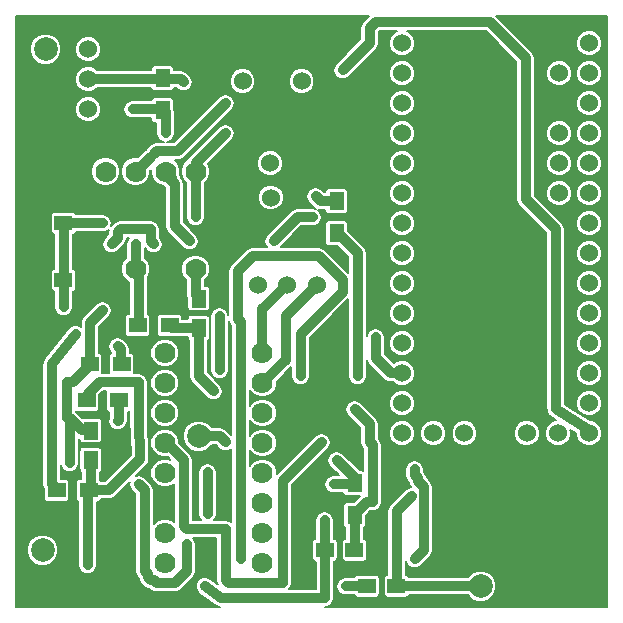
<source format=gbr>
G04 #@! TF.FileFunction,Copper,L1,Top,Signal*
%FSLAX46Y46*%
G04 Gerber Fmt 4.6, Leading zero omitted, Abs format (unit mm)*
G04 Created by KiCad (PCBNEW 4.0.7) date 10/29/17 06:02:24*
%MOMM*%
%LPD*%
G01*
G04 APERTURE LIST*
%ADD10C,0.100000*%
%ADD11C,1.780000*%
%ADD12C,1.524000*%
%ADD13R,1.500000X1.250000*%
%ADD14R,1.250000X1.500000*%
%ADD15R,1.300000X1.500000*%
%ADD16R,1.500000X1.300000*%
%ADD17C,1.778000*%
%ADD18C,2.000000*%
%ADD19C,0.600000*%
%ADD20C,0.887184*%
%ADD21C,0.152400*%
G04 APERTURE END LIST*
D10*
D11*
X110678000Y-67117000D03*
X110678000Y-69657000D03*
X110678000Y-72197000D03*
X110678000Y-74737000D03*
X110678000Y-77277000D03*
X110678000Y-79817000D03*
X110678000Y-82357000D03*
X110678000Y-84897000D03*
X118938000Y-67117000D03*
X118938000Y-69657000D03*
X118938000Y-72197000D03*
X118938000Y-74737000D03*
X118938000Y-77277000D03*
X118938000Y-79817000D03*
X118938000Y-82357000D03*
X118938000Y-84897000D03*
D12*
X119596000Y-51054000D03*
X119634000Y-48154000D03*
X119634000Y-53954000D03*
D13*
X102088000Y-56134000D03*
X99588000Y-56134000D03*
X102088000Y-60960000D03*
X99588000Y-60960000D03*
D14*
X113538000Y-62504000D03*
X113538000Y-65004000D03*
D13*
X124226000Y-83820000D03*
X126726000Y-83820000D03*
D14*
X104394000Y-73680000D03*
X104394000Y-76180000D03*
D13*
X130282000Y-86868000D03*
X127782000Y-86868000D03*
D15*
X110490000Y-46562000D03*
X110490000Y-43862000D03*
D16*
X108378000Y-64770000D03*
X111078000Y-64770000D03*
D15*
X125222000Y-54276000D03*
X125222000Y-56976000D03*
X126746000Y-78152000D03*
X126746000Y-80852000D03*
D16*
X101520000Y-78740000D03*
X104220000Y-78740000D03*
X106760000Y-71120000D03*
X104060000Y-71120000D03*
X107014000Y-68072000D03*
X104314000Y-68072000D03*
D12*
X146604000Y-40894000D03*
X146604000Y-43434000D03*
X146604000Y-45974000D03*
X146604000Y-48514000D03*
X146604000Y-51054000D03*
X146604000Y-53594000D03*
X146604000Y-56134000D03*
X146604000Y-58674000D03*
X146604000Y-61214000D03*
X146604000Y-63754000D03*
X146604000Y-66294000D03*
X146604000Y-68834000D03*
X146604000Y-71374000D03*
X146604000Y-73914000D03*
X130764000Y-40894000D03*
X130764000Y-43434000D03*
X130764000Y-45974000D03*
X130764000Y-48514000D03*
X130764000Y-51054000D03*
X130764000Y-53594000D03*
X130764000Y-56134000D03*
X130764000Y-58674000D03*
X130764000Y-61214000D03*
X130764000Y-63754000D03*
X130764000Y-66294000D03*
X130764000Y-68834000D03*
X130764000Y-71374000D03*
X130764000Y-73914000D03*
X133404000Y-73914000D03*
X136044000Y-73914000D03*
X138684000Y-73914000D03*
X141324000Y-73914000D03*
X143964000Y-73914000D03*
X144064000Y-43434000D03*
X144064000Y-48514000D03*
X144064000Y-51054000D03*
X144064000Y-53594000D03*
X104180000Y-46482000D03*
X104180000Y-43942000D03*
X104180000Y-41402000D03*
D17*
X113284000Y-60007500D03*
X113284000Y-51752500D03*
X110744000Y-60007500D03*
X108204000Y-60007500D03*
X105664000Y-60007500D03*
X110744000Y-51752500D03*
X108204000Y-51752500D03*
X105664000Y-51752500D03*
D18*
X100330000Y-83820000D03*
X100584000Y-41402000D03*
D12*
X122258000Y-44120000D03*
X119758000Y-44120000D03*
X117258000Y-44120000D03*
X118534000Y-61392000D03*
X121034000Y-61392000D03*
X123534000Y-61392000D03*
D18*
X100584000Y-46736000D03*
X113538000Y-74168000D03*
X137414000Y-86868000D03*
D19*
X115824000Y-74676000D03*
X112522000Y-83312000D03*
X108458000Y-78232000D03*
X106172000Y-57912000D03*
X109728000Y-57912000D03*
X115824000Y-48514000D03*
X113284000Y-55626000D03*
X107950000Y-46482000D03*
X110744000Y-48514000D03*
X123444000Y-53848000D03*
X122174000Y-69088000D03*
X131826000Y-76962000D03*
X131826000Y-84582000D03*
X117094000Y-84582000D03*
X103124000Y-65532000D03*
X131572000Y-79248000D03*
X102108000Y-63246000D03*
X105410000Y-56134000D03*
X108204000Y-57912000D03*
X114808000Y-70358000D03*
X125222000Y-76200000D03*
X124968000Y-78232000D03*
X114046000Y-86868000D03*
X124206000Y-81280000D03*
X127000000Y-69088000D03*
X126746000Y-71882000D03*
X115316000Y-68580000D03*
X115316000Y-64008000D03*
X105410000Y-63500000D03*
X102616000Y-76454000D03*
X104140000Y-85090000D03*
X106680000Y-72898000D03*
X125984000Y-86868000D03*
X114300000Y-80772000D03*
X114300000Y-77216000D03*
X112268000Y-44196000D03*
X123952000Y-74676000D03*
X106680000Y-66548000D03*
X115824000Y-45974000D03*
X125730000Y-43180000D03*
X119888000Y-57658000D03*
X112776000Y-57658000D03*
X128524000Y-65786000D03*
X123190000Y-55626000D03*
D20*
X115316000Y-74168000D02*
X113538000Y-74168000D01*
X115824000Y-74676000D02*
X115316000Y-74168000D01*
X112522000Y-85598000D02*
X112522000Y-83312000D01*
X111506000Y-86614000D02*
X112522000Y-85598000D01*
X109982000Y-86614000D02*
X111506000Y-86614000D01*
X109728000Y-86360000D02*
X109982000Y-86614000D01*
X109474000Y-86360000D02*
X109728000Y-86360000D01*
X109220000Y-86106000D02*
X109474000Y-86360000D01*
X109220000Y-85852000D02*
X109220000Y-86106000D01*
X108966000Y-85598000D02*
X109220000Y-85852000D01*
X108966000Y-78740000D02*
X108966000Y-85598000D01*
X108458000Y-78232000D02*
X108966000Y-78740000D01*
X106680000Y-57404000D02*
X106172000Y-57912000D01*
X106680000Y-56896000D02*
X106680000Y-57404000D01*
X106934000Y-56642000D02*
X106680000Y-56896000D01*
X109474000Y-56642000D02*
X106934000Y-56642000D01*
X109474000Y-57658000D02*
X109474000Y-56642000D01*
X109728000Y-57912000D02*
X109474000Y-57658000D01*
X113284000Y-51054000D02*
X115824000Y-48514000D01*
X113284000Y-51752500D02*
X113284000Y-55626000D01*
X107950000Y-46482000D02*
X110490000Y-46482000D01*
X110490000Y-46482000D02*
X110490000Y-46562000D01*
X110490000Y-46482000D02*
X110744000Y-46736000D01*
X110744000Y-46736000D02*
X110744000Y-48514000D01*
X125222000Y-54276000D02*
X123872000Y-54276000D01*
X123872000Y-54276000D02*
X123444000Y-53848000D01*
X122174000Y-65532000D02*
X125730000Y-61976000D01*
X125730000Y-61976000D02*
X125730000Y-60960000D01*
X125730000Y-60960000D02*
X123698000Y-58928000D01*
X122174000Y-69088000D02*
X122174000Y-65532000D01*
X137414000Y-86868000D02*
X130282000Y-86868000D01*
X131826000Y-77470000D02*
X131826000Y-76962000D01*
X132080000Y-77724000D02*
X131826000Y-77470000D01*
X132080000Y-77978000D02*
X132080000Y-77724000D01*
X132588000Y-78486000D02*
X132080000Y-77978000D01*
X132588000Y-83820000D02*
X132588000Y-78486000D01*
X131826000Y-84582000D02*
X132588000Y-83820000D01*
X117094000Y-64516000D02*
X117094000Y-84582000D01*
X116840000Y-64262000D02*
X117094000Y-64516000D01*
X116840000Y-60198000D02*
X116840000Y-64262000D01*
X123698000Y-58928000D02*
X118110000Y-58928000D01*
X118110000Y-58928000D02*
X116840000Y-60198000D01*
X101520000Y-78740000D02*
X101520000Y-78660000D01*
X101520000Y-78660000D02*
X101092000Y-78232000D01*
X101092000Y-78232000D02*
X101092000Y-68072000D01*
X103124000Y-65532000D02*
X101092000Y-68072000D01*
X101600000Y-78740000D02*
X101520000Y-78740000D01*
X131572000Y-79248000D02*
X130302000Y-80518000D01*
X130302000Y-80518000D02*
X130302000Y-86868000D01*
X130302000Y-86868000D02*
X130282000Y-86868000D01*
X125222000Y-54356000D02*
X125222000Y-54276000D01*
X102088000Y-60960000D02*
X102108000Y-60960000D01*
X102108000Y-60960000D02*
X102108000Y-63246000D01*
X105410000Y-56134000D02*
X102088000Y-56134000D01*
X108204000Y-60007500D02*
X108204000Y-59944000D01*
X108204000Y-59944000D02*
X108458000Y-60198000D01*
X108458000Y-60198000D02*
X108458000Y-64770000D01*
X108458000Y-64770000D02*
X108378000Y-64770000D01*
X102088000Y-56134000D02*
X102108000Y-56134000D01*
X102108000Y-56134000D02*
X102108000Y-60960000D01*
X108204000Y-57912000D02*
X108204000Y-60007500D01*
X113538000Y-62504000D02*
X113538000Y-62484000D01*
X113538000Y-62484000D02*
X113284000Y-62230000D01*
X113284000Y-62230000D02*
X113284000Y-60007500D01*
X113538000Y-65004000D02*
X113538000Y-69088000D01*
X113538000Y-69088000D02*
X114808000Y-70358000D01*
X113284000Y-65004000D02*
X113284000Y-65024000D01*
X113284000Y-65024000D02*
X111252000Y-65024000D01*
X111252000Y-65024000D02*
X110998000Y-64770000D01*
X110998000Y-64770000D02*
X111078000Y-64770000D01*
X125222000Y-76200000D02*
X126746000Y-77724000D01*
X126746000Y-78152000D02*
X126746000Y-78232000D01*
X126746000Y-78232000D02*
X124968000Y-78232000D01*
X126746000Y-77724000D02*
X126746000Y-78152000D01*
X124226000Y-87864000D02*
X124226000Y-83820000D01*
X124206000Y-87884000D02*
X124226000Y-87864000D01*
X115441186Y-87884000D02*
X124206000Y-87884000D01*
X114046000Y-86868000D02*
X115441186Y-87884000D01*
X124226000Y-83820000D02*
X124206000Y-83820000D01*
X124206000Y-83820000D02*
X124206000Y-81280000D01*
X124206000Y-83820000D02*
X124226000Y-83820000D01*
X127000000Y-58674000D02*
X127000000Y-69088000D01*
X125222000Y-56896000D02*
X127000000Y-58674000D01*
X126746000Y-71882000D02*
X128016000Y-73152000D01*
X128016000Y-73152000D02*
X128016000Y-74676000D01*
X128016000Y-74676000D02*
X128270000Y-74930000D01*
X128270000Y-74930000D02*
X128270000Y-79756000D01*
X128270000Y-79756000D02*
X127762000Y-79756000D01*
X127762000Y-79756000D02*
X126746000Y-80772000D01*
X126746000Y-80772000D02*
X126746000Y-80852000D01*
X125222000Y-56976000D02*
X125222000Y-56896000D01*
X126746000Y-80852000D02*
X126746000Y-83820000D01*
X126746000Y-83820000D02*
X126726000Y-83820000D01*
X104314000Y-68072000D02*
X104314000Y-64596000D01*
X115316000Y-64008000D02*
X115316000Y-68580000D01*
X104314000Y-64596000D02*
X105410000Y-63500000D01*
X102616000Y-72644000D02*
X102616000Y-76454000D01*
X104394000Y-73680000D02*
X104394000Y-73660000D01*
X104394000Y-73660000D02*
X103632000Y-73660000D01*
X103632000Y-73660000D02*
X102616000Y-72644000D01*
X102616000Y-72644000D02*
X102362000Y-72644000D01*
X102362000Y-72644000D02*
X102362000Y-69596000D01*
X102362000Y-69596000D02*
X102870000Y-69596000D01*
X102870000Y-69596000D02*
X104394000Y-68072000D01*
X104394000Y-68072000D02*
X104314000Y-68072000D01*
X108585000Y-76073000D02*
X105918000Y-78740000D01*
X108458000Y-72644000D02*
X108458000Y-69596000D01*
X108458000Y-69596000D02*
X105156000Y-69596000D01*
X104140000Y-70612000D02*
X105156000Y-69596000D01*
X108458000Y-72644000D02*
X108585000Y-76073000D01*
X105918000Y-78740000D02*
X104220000Y-78740000D01*
X104140000Y-85090000D02*
X104140000Y-78740000D01*
X104140000Y-78740000D02*
X104220000Y-78740000D01*
X104394000Y-76180000D02*
X104394000Y-76200000D01*
X104140000Y-70612000D02*
X104140000Y-71120000D01*
X104140000Y-71120000D02*
X104060000Y-71120000D01*
X104220000Y-78740000D02*
X104140000Y-78740000D01*
X104140000Y-78740000D02*
X104394000Y-78486000D01*
X104394000Y-78486000D02*
X104394000Y-76180000D01*
X106760000Y-72818000D02*
X106760000Y-71120000D01*
X106680000Y-72898000D02*
X106760000Y-72818000D01*
X125984000Y-86868000D02*
X127254000Y-86868000D01*
X114300000Y-77216000D02*
X114300000Y-80772000D01*
X127782000Y-86868000D02*
X127254000Y-86868000D01*
X110490000Y-43862000D02*
X110490000Y-43942000D01*
X110490000Y-43942000D02*
X112014000Y-43942000D01*
X112014000Y-43942000D02*
X112268000Y-44196000D01*
X110490000Y-43942000D02*
X104180000Y-43942000D01*
X123534000Y-61392000D02*
X123520000Y-61392000D01*
X123520000Y-61392000D02*
X120904000Y-64008000D01*
X120904000Y-64008000D02*
X120904000Y-67691000D01*
X120904000Y-67691000D02*
X118938000Y-69657000D01*
X118938000Y-69657000D02*
X118872000Y-69596000D01*
X118872000Y-69596000D02*
X119126000Y-69596000D01*
X115824000Y-82042000D02*
X112522000Y-82042000D01*
X112268000Y-81788000D02*
X112268000Y-76200000D01*
X120650000Y-86614000D02*
X116078000Y-86614000D01*
X116078000Y-86614000D02*
X115824000Y-86360000D01*
X115824000Y-86360000D02*
X115824000Y-82042000D01*
X120650000Y-77978000D02*
X120650000Y-86614000D01*
X112522000Y-82042000D02*
X112268000Y-81788000D01*
X110744000Y-74676000D02*
X112268000Y-76200000D01*
X123952000Y-74676000D02*
X120650000Y-77978000D01*
X106934000Y-68072000D02*
X106934000Y-66802000D01*
X106680000Y-66548000D02*
X106934000Y-66802000D01*
X106934000Y-68072000D02*
X107014000Y-68072000D01*
X110744000Y-74676000D02*
X110678000Y-74737000D01*
X128524000Y-39116000D02*
X138176000Y-39116000D01*
X109728000Y-50292000D02*
X109982000Y-50038000D01*
X109982000Y-50038000D02*
X111760000Y-50038000D01*
X111760000Y-50038000D02*
X115824000Y-45974000D01*
X108204000Y-51816000D02*
X109474000Y-50546000D01*
X125730000Y-43180000D02*
X128016000Y-40894000D01*
X128016000Y-40894000D02*
X128016000Y-39624000D01*
X128016000Y-39624000D02*
X128524000Y-39116000D01*
X141224000Y-54102000D02*
X143764000Y-56642000D01*
X143764000Y-56642000D02*
X143764000Y-71882000D01*
X143764000Y-71882000D02*
X146558000Y-73660000D01*
X141224000Y-42164000D02*
X141224000Y-54102000D01*
X138176000Y-39116000D02*
X141224000Y-42164000D01*
X108204000Y-51752500D02*
X108204000Y-51816000D01*
X146558000Y-73660000D02*
X146558000Y-73914000D01*
X146558000Y-73914000D02*
X146604000Y-73914000D01*
X111506000Y-52832000D02*
X111506000Y-56388000D01*
X111506000Y-56388000D02*
X112776000Y-57658000D01*
X110744000Y-52070000D02*
X111506000Y-52832000D01*
X129794000Y-68834000D02*
X130764000Y-68834000D01*
X128524000Y-67564000D02*
X129794000Y-68834000D01*
X128524000Y-65786000D02*
X128524000Y-67564000D01*
X121920000Y-55626000D02*
X123190000Y-55626000D01*
X119888000Y-57658000D02*
X121920000Y-55626000D01*
X110744000Y-51752500D02*
X110744000Y-52070000D01*
X110744000Y-51752500D02*
X110744000Y-51816000D01*
X110744000Y-51816000D02*
X111252000Y-52324000D01*
X130810000Y-68580000D02*
X130810000Y-68834000D01*
X130810000Y-68834000D02*
X130764000Y-68834000D01*
X121034000Y-61392000D02*
X120980000Y-61392000D01*
X120980000Y-61392000D02*
X118938000Y-63434000D01*
X118938000Y-63434000D02*
X118938000Y-67117000D01*
X121158000Y-61468000D02*
X121034000Y-61392000D01*
D21*
G36*
X127976846Y-38568846D02*
X127976844Y-38568849D01*
X127468846Y-39076846D01*
X127301109Y-39327882D01*
X127242207Y-39624000D01*
X127242208Y-39624005D01*
X127242208Y-40573485D01*
X125182846Y-42632846D01*
X125015109Y-42883882D01*
X124956207Y-43180000D01*
X125015109Y-43476118D01*
X125182846Y-43727154D01*
X125433882Y-43894891D01*
X125730000Y-43953793D01*
X126026118Y-43894891D01*
X126277154Y-43727154D01*
X126354008Y-43650299D01*
X129671611Y-43650299D01*
X129837538Y-44051873D01*
X130144511Y-44359382D01*
X130545795Y-44526010D01*
X130980299Y-44526389D01*
X131381873Y-44360462D01*
X131689382Y-44053489D01*
X131856010Y-43652205D01*
X131856389Y-43217701D01*
X131690462Y-42816127D01*
X131383489Y-42508618D01*
X130982205Y-42341990D01*
X130547701Y-42341611D01*
X130146127Y-42507538D01*
X129838618Y-42814511D01*
X129671990Y-43215795D01*
X129671611Y-43650299D01*
X126354008Y-43650299D01*
X128563151Y-41441156D01*
X128563154Y-41441154D01*
X128730891Y-41190117D01*
X128789792Y-40894000D01*
X128789792Y-39944516D01*
X128844515Y-39889792D01*
X130334287Y-39889792D01*
X130146127Y-39967538D01*
X129838618Y-40274511D01*
X129671990Y-40675795D01*
X129671611Y-41110299D01*
X129837538Y-41511873D01*
X130144511Y-41819382D01*
X130545795Y-41986010D01*
X130980299Y-41986389D01*
X131381873Y-41820462D01*
X131689382Y-41513489D01*
X131856010Y-41112205D01*
X131856389Y-40677701D01*
X131690462Y-40276127D01*
X131383489Y-39968618D01*
X131193655Y-39889792D01*
X137855484Y-39889792D01*
X140450208Y-42484516D01*
X140450208Y-54101995D01*
X140450207Y-54102000D01*
X140509109Y-54398118D01*
X140676846Y-54649154D01*
X142990208Y-56962515D01*
X142990208Y-71882000D01*
X143006743Y-71965125D01*
X143008634Y-72049859D01*
X143035911Y-72111767D01*
X143049109Y-72178117D01*
X143096196Y-72248589D01*
X143130370Y-72326148D01*
X143179261Y-72372904D01*
X143216846Y-72429154D01*
X143287317Y-72476241D01*
X143348570Y-72534819D01*
X143799314Y-72821656D01*
X143747701Y-72821611D01*
X143346127Y-72987538D01*
X143038618Y-73294511D01*
X142871990Y-73695795D01*
X142871611Y-74130299D01*
X143037538Y-74531873D01*
X143344511Y-74839382D01*
X143745795Y-75006010D01*
X144180299Y-75006389D01*
X144581873Y-74840462D01*
X144889382Y-74533489D01*
X145056010Y-74132205D01*
X145056389Y-73697701D01*
X145013734Y-73594469D01*
X145511802Y-73911421D01*
X145511611Y-74130299D01*
X145677538Y-74531873D01*
X145984511Y-74839382D01*
X146385795Y-75006010D01*
X146820299Y-75006389D01*
X147221873Y-74840462D01*
X147529382Y-74533489D01*
X147696010Y-74132205D01*
X147696389Y-73697701D01*
X147530462Y-73296127D01*
X147223489Y-72988618D01*
X146822205Y-72821990D01*
X146682222Y-72821868D01*
X144746901Y-71590299D01*
X145511611Y-71590299D01*
X145677538Y-71991873D01*
X145984511Y-72299382D01*
X146385795Y-72466010D01*
X146820299Y-72466389D01*
X147221873Y-72300462D01*
X147529382Y-71993489D01*
X147696010Y-71592205D01*
X147696389Y-71157701D01*
X147530462Y-70756127D01*
X147223489Y-70448618D01*
X146822205Y-70281990D01*
X146387701Y-70281611D01*
X145986127Y-70447538D01*
X145678618Y-70754511D01*
X145511990Y-71155795D01*
X145511611Y-71590299D01*
X144746901Y-71590299D01*
X144537792Y-71457230D01*
X144537792Y-69050299D01*
X145511611Y-69050299D01*
X145677538Y-69451873D01*
X145984511Y-69759382D01*
X146385795Y-69926010D01*
X146820299Y-69926389D01*
X147221873Y-69760462D01*
X147529382Y-69453489D01*
X147696010Y-69052205D01*
X147696389Y-68617701D01*
X147530462Y-68216127D01*
X147223489Y-67908618D01*
X146822205Y-67741990D01*
X146387701Y-67741611D01*
X145986127Y-67907538D01*
X145678618Y-68214511D01*
X145511990Y-68615795D01*
X145511611Y-69050299D01*
X144537792Y-69050299D01*
X144537792Y-66510299D01*
X145511611Y-66510299D01*
X145677538Y-66911873D01*
X145984511Y-67219382D01*
X146385795Y-67386010D01*
X146820299Y-67386389D01*
X147221873Y-67220462D01*
X147529382Y-66913489D01*
X147696010Y-66512205D01*
X147696389Y-66077701D01*
X147530462Y-65676127D01*
X147223489Y-65368618D01*
X146822205Y-65201990D01*
X146387701Y-65201611D01*
X145986127Y-65367538D01*
X145678618Y-65674511D01*
X145511990Y-66075795D01*
X145511611Y-66510299D01*
X144537792Y-66510299D01*
X144537792Y-63970299D01*
X145511611Y-63970299D01*
X145677538Y-64371873D01*
X145984511Y-64679382D01*
X146385795Y-64846010D01*
X146820299Y-64846389D01*
X147221873Y-64680462D01*
X147529382Y-64373489D01*
X147696010Y-63972205D01*
X147696389Y-63537701D01*
X147530462Y-63136127D01*
X147223489Y-62828618D01*
X146822205Y-62661990D01*
X146387701Y-62661611D01*
X145986127Y-62827538D01*
X145678618Y-63134511D01*
X145511990Y-63535795D01*
X145511611Y-63970299D01*
X144537792Y-63970299D01*
X144537792Y-61430299D01*
X145511611Y-61430299D01*
X145677538Y-61831873D01*
X145984511Y-62139382D01*
X146385795Y-62306010D01*
X146820299Y-62306389D01*
X147221873Y-62140462D01*
X147529382Y-61833489D01*
X147696010Y-61432205D01*
X147696389Y-60997701D01*
X147530462Y-60596127D01*
X147223489Y-60288618D01*
X146822205Y-60121990D01*
X146387701Y-60121611D01*
X145986127Y-60287538D01*
X145678618Y-60594511D01*
X145511990Y-60995795D01*
X145511611Y-61430299D01*
X144537792Y-61430299D01*
X144537792Y-58890299D01*
X145511611Y-58890299D01*
X145677538Y-59291873D01*
X145984511Y-59599382D01*
X146385795Y-59766010D01*
X146820299Y-59766389D01*
X147221873Y-59600462D01*
X147529382Y-59293489D01*
X147696010Y-58892205D01*
X147696389Y-58457701D01*
X147530462Y-58056127D01*
X147223489Y-57748618D01*
X146822205Y-57581990D01*
X146387701Y-57581611D01*
X145986127Y-57747538D01*
X145678618Y-58054511D01*
X145511990Y-58455795D01*
X145511611Y-58890299D01*
X144537792Y-58890299D01*
X144537792Y-56642000D01*
X144479770Y-56350299D01*
X145511611Y-56350299D01*
X145677538Y-56751873D01*
X145984511Y-57059382D01*
X146385795Y-57226010D01*
X146820299Y-57226389D01*
X147221873Y-57060462D01*
X147529382Y-56753489D01*
X147696010Y-56352205D01*
X147696389Y-55917701D01*
X147530462Y-55516127D01*
X147223489Y-55208618D01*
X146822205Y-55041990D01*
X146387701Y-55041611D01*
X145986127Y-55207538D01*
X145678618Y-55514511D01*
X145511990Y-55915795D01*
X145511611Y-56350299D01*
X144479770Y-56350299D01*
X144478891Y-56345883D01*
X144311154Y-56094846D01*
X144311151Y-56094844D01*
X142026607Y-53810299D01*
X142971611Y-53810299D01*
X143137538Y-54211873D01*
X143444511Y-54519382D01*
X143845795Y-54686010D01*
X144280299Y-54686389D01*
X144681873Y-54520462D01*
X144989382Y-54213489D01*
X145156010Y-53812205D01*
X145156011Y-53810299D01*
X145511611Y-53810299D01*
X145677538Y-54211873D01*
X145984511Y-54519382D01*
X146385795Y-54686010D01*
X146820299Y-54686389D01*
X147221873Y-54520462D01*
X147529382Y-54213489D01*
X147696010Y-53812205D01*
X147696389Y-53377701D01*
X147530462Y-52976127D01*
X147223489Y-52668618D01*
X146822205Y-52501990D01*
X146387701Y-52501611D01*
X145986127Y-52667538D01*
X145678618Y-52974511D01*
X145511990Y-53375795D01*
X145511611Y-53810299D01*
X145156011Y-53810299D01*
X145156389Y-53377701D01*
X144990462Y-52976127D01*
X144683489Y-52668618D01*
X144282205Y-52501990D01*
X143847701Y-52501611D01*
X143446127Y-52667538D01*
X143138618Y-52974511D01*
X142971990Y-53375795D01*
X142971611Y-53810299D01*
X142026607Y-53810299D01*
X141997792Y-53781484D01*
X141997792Y-51270299D01*
X142971611Y-51270299D01*
X143137538Y-51671873D01*
X143444511Y-51979382D01*
X143845795Y-52146010D01*
X144280299Y-52146389D01*
X144681873Y-51980462D01*
X144989382Y-51673489D01*
X145156010Y-51272205D01*
X145156011Y-51270299D01*
X145511611Y-51270299D01*
X145677538Y-51671873D01*
X145984511Y-51979382D01*
X146385795Y-52146010D01*
X146820299Y-52146389D01*
X147221873Y-51980462D01*
X147529382Y-51673489D01*
X147696010Y-51272205D01*
X147696389Y-50837701D01*
X147530462Y-50436127D01*
X147223489Y-50128618D01*
X146822205Y-49961990D01*
X146387701Y-49961611D01*
X145986127Y-50127538D01*
X145678618Y-50434511D01*
X145511990Y-50835795D01*
X145511611Y-51270299D01*
X145156011Y-51270299D01*
X145156389Y-50837701D01*
X144990462Y-50436127D01*
X144683489Y-50128618D01*
X144282205Y-49961990D01*
X143847701Y-49961611D01*
X143446127Y-50127538D01*
X143138618Y-50434511D01*
X142971990Y-50835795D01*
X142971611Y-51270299D01*
X141997792Y-51270299D01*
X141997792Y-48730299D01*
X142971611Y-48730299D01*
X143137538Y-49131873D01*
X143444511Y-49439382D01*
X143845795Y-49606010D01*
X144280299Y-49606389D01*
X144681873Y-49440462D01*
X144989382Y-49133489D01*
X145156010Y-48732205D01*
X145156011Y-48730299D01*
X145511611Y-48730299D01*
X145677538Y-49131873D01*
X145984511Y-49439382D01*
X146385795Y-49606010D01*
X146820299Y-49606389D01*
X147221873Y-49440462D01*
X147529382Y-49133489D01*
X147696010Y-48732205D01*
X147696389Y-48297701D01*
X147530462Y-47896127D01*
X147223489Y-47588618D01*
X146822205Y-47421990D01*
X146387701Y-47421611D01*
X145986127Y-47587538D01*
X145678618Y-47894511D01*
X145511990Y-48295795D01*
X145511611Y-48730299D01*
X145156011Y-48730299D01*
X145156389Y-48297701D01*
X144990462Y-47896127D01*
X144683489Y-47588618D01*
X144282205Y-47421990D01*
X143847701Y-47421611D01*
X143446127Y-47587538D01*
X143138618Y-47894511D01*
X142971990Y-48295795D01*
X142971611Y-48730299D01*
X141997792Y-48730299D01*
X141997792Y-46190299D01*
X145511611Y-46190299D01*
X145677538Y-46591873D01*
X145984511Y-46899382D01*
X146385795Y-47066010D01*
X146820299Y-47066389D01*
X147221873Y-46900462D01*
X147529382Y-46593489D01*
X147696010Y-46192205D01*
X147696389Y-45757701D01*
X147530462Y-45356127D01*
X147223489Y-45048618D01*
X146822205Y-44881990D01*
X146387701Y-44881611D01*
X145986127Y-45047538D01*
X145678618Y-45354511D01*
X145511990Y-45755795D01*
X145511611Y-46190299D01*
X141997792Y-46190299D01*
X141997792Y-43650299D01*
X142971611Y-43650299D01*
X143137538Y-44051873D01*
X143444511Y-44359382D01*
X143845795Y-44526010D01*
X144280299Y-44526389D01*
X144681873Y-44360462D01*
X144989382Y-44053489D01*
X145156010Y-43652205D01*
X145156011Y-43650299D01*
X145511611Y-43650299D01*
X145677538Y-44051873D01*
X145984511Y-44359382D01*
X146385795Y-44526010D01*
X146820299Y-44526389D01*
X147221873Y-44360462D01*
X147529382Y-44053489D01*
X147696010Y-43652205D01*
X147696389Y-43217701D01*
X147530462Y-42816127D01*
X147223489Y-42508618D01*
X146822205Y-42341990D01*
X146387701Y-42341611D01*
X145986127Y-42507538D01*
X145678618Y-42814511D01*
X145511990Y-43215795D01*
X145511611Y-43650299D01*
X145156011Y-43650299D01*
X145156389Y-43217701D01*
X144990462Y-42816127D01*
X144683489Y-42508618D01*
X144282205Y-42341990D01*
X143847701Y-42341611D01*
X143446127Y-42507538D01*
X143138618Y-42814511D01*
X142971990Y-43215795D01*
X142971611Y-43650299D01*
X141997792Y-43650299D01*
X141997792Y-42164005D01*
X141997793Y-42164000D01*
X141938891Y-41867882D01*
X141771154Y-41616846D01*
X141264607Y-41110299D01*
X145511611Y-41110299D01*
X145677538Y-41511873D01*
X145984511Y-41819382D01*
X146385795Y-41986010D01*
X146820299Y-41986389D01*
X147221873Y-41820462D01*
X147529382Y-41513489D01*
X147696010Y-41112205D01*
X147696389Y-40677701D01*
X147530462Y-40276127D01*
X147223489Y-39968618D01*
X146822205Y-39801990D01*
X146387701Y-39801611D01*
X145986127Y-39967538D01*
X145678618Y-40274511D01*
X145511990Y-40675795D01*
X145511611Y-41110299D01*
X141264607Y-41110299D01*
X138723154Y-38568846D01*
X138703330Y-38555600D01*
X148144400Y-38555600D01*
X148144400Y-88644400D01*
X124273331Y-88644400D01*
X124502118Y-88598891D01*
X124753154Y-88431154D01*
X124773151Y-88411156D01*
X124773154Y-88411154D01*
X124940891Y-88160117D01*
X124999792Y-87864000D01*
X124999792Y-86868000D01*
X125210208Y-86868000D01*
X125269109Y-87164117D01*
X125436846Y-87415154D01*
X125687883Y-87582891D01*
X125984000Y-87641792D01*
X126735361Y-87641792D01*
X126790673Y-87727749D01*
X126901017Y-87803144D01*
X127032000Y-87829669D01*
X128532000Y-87829669D01*
X128654365Y-87806644D01*
X128766749Y-87734327D01*
X128842144Y-87623983D01*
X128868669Y-87493000D01*
X128868669Y-86243000D01*
X129195331Y-86243000D01*
X129195331Y-87493000D01*
X129218356Y-87615365D01*
X129290673Y-87727749D01*
X129401017Y-87803144D01*
X129532000Y-87829669D01*
X131032000Y-87829669D01*
X131154365Y-87806644D01*
X131266749Y-87734327D01*
X131329976Y-87641792D01*
X136306896Y-87641792D01*
X136659519Y-87995031D01*
X137148246Y-88197968D01*
X137677432Y-88198430D01*
X138166513Y-87996346D01*
X138541031Y-87622481D01*
X138743968Y-87133754D01*
X138744430Y-86604568D01*
X138542346Y-86115487D01*
X138168481Y-85740969D01*
X137679754Y-85538032D01*
X137150568Y-85537570D01*
X136661487Y-85739654D01*
X136306314Y-86094208D01*
X131328639Y-86094208D01*
X131273327Y-86008251D01*
X131162983Y-85932856D01*
X131075792Y-85915199D01*
X131075792Y-84700569D01*
X131111109Y-84878118D01*
X131278846Y-85129154D01*
X131529882Y-85296891D01*
X131826000Y-85355793D01*
X132122118Y-85296891D01*
X132373154Y-85129154D01*
X133135151Y-84367156D01*
X133135154Y-84367154D01*
X133243562Y-84204910D01*
X133302891Y-84116118D01*
X133361793Y-83820000D01*
X133361792Y-83819995D01*
X133361792Y-78486000D01*
X133302891Y-78189883D01*
X133135154Y-77938846D01*
X133135151Y-77938844D01*
X132837276Y-77640969D01*
X132794891Y-77427883D01*
X132627154Y-77176846D01*
X132627151Y-77176844D01*
X132599792Y-77149485D01*
X132599792Y-76962000D01*
X132540891Y-76665883D01*
X132373154Y-76414846D01*
X132122117Y-76247109D01*
X131826000Y-76188208D01*
X131529883Y-76247109D01*
X131278846Y-76414846D01*
X131111109Y-76665883D01*
X131052208Y-76962000D01*
X131052208Y-77469995D01*
X131052207Y-77470000D01*
X131111109Y-77766118D01*
X131278846Y-78017154D01*
X131322723Y-78061031D01*
X131365109Y-78274118D01*
X131507392Y-78487059D01*
X131275882Y-78533110D01*
X131024846Y-78700847D01*
X129754846Y-79970846D01*
X129587109Y-80221882D01*
X129528207Y-80518000D01*
X129528208Y-80518005D01*
X129528208Y-85907045D01*
X129409635Y-85929356D01*
X129297251Y-86001673D01*
X129221856Y-86112017D01*
X129195331Y-86243000D01*
X128868669Y-86243000D01*
X128845644Y-86120635D01*
X128773327Y-86008251D01*
X128662983Y-85932856D01*
X128532000Y-85906331D01*
X127032000Y-85906331D01*
X126909635Y-85929356D01*
X126797251Y-86001673D01*
X126734024Y-86094208D01*
X125984000Y-86094208D01*
X125687883Y-86153109D01*
X125436846Y-86320846D01*
X125269109Y-86571883D01*
X125210208Y-86868000D01*
X124999792Y-86868000D01*
X124999792Y-84777192D01*
X125098365Y-84758644D01*
X125210749Y-84686327D01*
X125286144Y-84575983D01*
X125312669Y-84445000D01*
X125312669Y-83195000D01*
X125289644Y-83072635D01*
X125217327Y-82960251D01*
X125106983Y-82884856D01*
X124979792Y-82859099D01*
X124979792Y-81280000D01*
X124920891Y-80983883D01*
X124753154Y-80732846D01*
X124502117Y-80565109D01*
X124206000Y-80506208D01*
X123909883Y-80565109D01*
X123658846Y-80732846D01*
X123491109Y-80983883D01*
X123432208Y-81280000D01*
X123432208Y-82866571D01*
X123353635Y-82881356D01*
X123241251Y-82953673D01*
X123165856Y-83064017D01*
X123139331Y-83195000D01*
X123139331Y-84445000D01*
X123162356Y-84567365D01*
X123234673Y-84679749D01*
X123345017Y-84755144D01*
X123452208Y-84776851D01*
X123452208Y-87110208D01*
X121231195Y-87110208D01*
X121364891Y-86910117D01*
X121423792Y-86614000D01*
X121423792Y-78298516D01*
X121490307Y-78232000D01*
X124194208Y-78232000D01*
X124253109Y-78528117D01*
X124420846Y-78779154D01*
X124671883Y-78946891D01*
X124968000Y-79005792D01*
X125778861Y-79005792D01*
X125782356Y-79024365D01*
X125854673Y-79136749D01*
X125965017Y-79212144D01*
X126096000Y-79238669D01*
X127185023Y-79238669D01*
X126658361Y-79765331D01*
X126096000Y-79765331D01*
X125973635Y-79788356D01*
X125861251Y-79860673D01*
X125785856Y-79971017D01*
X125759331Y-80102000D01*
X125759331Y-81602000D01*
X125782356Y-81724365D01*
X125854673Y-81836749D01*
X125965017Y-81912144D01*
X125972208Y-81913600D01*
X125972208Y-82859045D01*
X125853635Y-82881356D01*
X125741251Y-82953673D01*
X125665856Y-83064017D01*
X125639331Y-83195000D01*
X125639331Y-84445000D01*
X125662356Y-84567365D01*
X125734673Y-84679749D01*
X125845017Y-84755144D01*
X125976000Y-84781669D01*
X127476000Y-84781669D01*
X127598365Y-84758644D01*
X127710749Y-84686327D01*
X127786144Y-84575983D01*
X127812669Y-84445000D01*
X127812669Y-83195000D01*
X127789644Y-83072635D01*
X127717327Y-82960251D01*
X127606983Y-82884856D01*
X127519792Y-82867199D01*
X127519792Y-81914726D01*
X127630749Y-81843327D01*
X127706144Y-81732983D01*
X127732669Y-81602000D01*
X127732669Y-80879639D01*
X128082516Y-80529792D01*
X128270000Y-80529792D01*
X128566117Y-80470891D01*
X128817154Y-80303154D01*
X128984891Y-80052117D01*
X129043792Y-79756000D01*
X129043792Y-74930000D01*
X128984891Y-74633883D01*
X128817154Y-74382846D01*
X128817151Y-74382844D01*
X128789792Y-74355485D01*
X128789792Y-74130299D01*
X129671611Y-74130299D01*
X129837538Y-74531873D01*
X130144511Y-74839382D01*
X130545795Y-75006010D01*
X130980299Y-75006389D01*
X131381873Y-74840462D01*
X131689382Y-74533489D01*
X131856010Y-74132205D01*
X131856011Y-74130299D01*
X132311611Y-74130299D01*
X132477538Y-74531873D01*
X132784511Y-74839382D01*
X133185795Y-75006010D01*
X133620299Y-75006389D01*
X134021873Y-74840462D01*
X134329382Y-74533489D01*
X134496010Y-74132205D01*
X134496011Y-74130299D01*
X134951611Y-74130299D01*
X135117538Y-74531873D01*
X135424511Y-74839382D01*
X135825795Y-75006010D01*
X136260299Y-75006389D01*
X136661873Y-74840462D01*
X136969382Y-74533489D01*
X137136010Y-74132205D01*
X137136011Y-74130299D01*
X140231611Y-74130299D01*
X140397538Y-74531873D01*
X140704511Y-74839382D01*
X141105795Y-75006010D01*
X141540299Y-75006389D01*
X141941873Y-74840462D01*
X142249382Y-74533489D01*
X142416010Y-74132205D01*
X142416389Y-73697701D01*
X142250462Y-73296127D01*
X141943489Y-72988618D01*
X141542205Y-72821990D01*
X141107701Y-72821611D01*
X140706127Y-72987538D01*
X140398618Y-73294511D01*
X140231990Y-73695795D01*
X140231611Y-74130299D01*
X137136011Y-74130299D01*
X137136389Y-73697701D01*
X136970462Y-73296127D01*
X136663489Y-72988618D01*
X136262205Y-72821990D01*
X135827701Y-72821611D01*
X135426127Y-72987538D01*
X135118618Y-73294511D01*
X134951990Y-73695795D01*
X134951611Y-74130299D01*
X134496011Y-74130299D01*
X134496389Y-73697701D01*
X134330462Y-73296127D01*
X134023489Y-72988618D01*
X133622205Y-72821990D01*
X133187701Y-72821611D01*
X132786127Y-72987538D01*
X132478618Y-73294511D01*
X132311990Y-73695795D01*
X132311611Y-74130299D01*
X131856011Y-74130299D01*
X131856389Y-73697701D01*
X131690462Y-73296127D01*
X131383489Y-72988618D01*
X130982205Y-72821990D01*
X130547701Y-72821611D01*
X130146127Y-72987538D01*
X129838618Y-73294511D01*
X129671990Y-73695795D01*
X129671611Y-74130299D01*
X128789792Y-74130299D01*
X128789792Y-73152000D01*
X128730891Y-72855883D01*
X128563154Y-72604846D01*
X128563151Y-72604844D01*
X127548607Y-71590299D01*
X129671611Y-71590299D01*
X129837538Y-71991873D01*
X130144511Y-72299382D01*
X130545795Y-72466010D01*
X130980299Y-72466389D01*
X131381873Y-72300462D01*
X131689382Y-71993489D01*
X131856010Y-71592205D01*
X131856389Y-71157701D01*
X131690462Y-70756127D01*
X131383489Y-70448618D01*
X130982205Y-70281990D01*
X130547701Y-70281611D01*
X130146127Y-70447538D01*
X129838618Y-70754511D01*
X129671990Y-71155795D01*
X129671611Y-71590299D01*
X127548607Y-71590299D01*
X127293154Y-71334846D01*
X127042118Y-71167109D01*
X126746000Y-71108207D01*
X126449882Y-71167109D01*
X126198846Y-71334846D01*
X126031109Y-71585882D01*
X125972207Y-71882000D01*
X126031109Y-72178118D01*
X126198846Y-72429154D01*
X127242208Y-73472515D01*
X127242208Y-74675995D01*
X127242207Y-74676000D01*
X127301109Y-74972118D01*
X127468846Y-75223154D01*
X127496208Y-75250516D01*
X127496208Y-77085624D01*
X127396000Y-77065331D01*
X127181638Y-77065331D01*
X125769154Y-75652846D01*
X125518118Y-75485109D01*
X125222000Y-75426207D01*
X124925882Y-75485109D01*
X124674846Y-75652846D01*
X124507109Y-75903882D01*
X124448207Y-76200000D01*
X124507109Y-76496118D01*
X124674846Y-76747154D01*
X125385900Y-77458208D01*
X124968000Y-77458208D01*
X124671883Y-77517109D01*
X124420846Y-77684846D01*
X124253109Y-77935883D01*
X124194208Y-78232000D01*
X121490307Y-78232000D01*
X124499153Y-75223154D01*
X124666890Y-74972118D01*
X124725792Y-74676000D01*
X124666890Y-74379882D01*
X124499153Y-74128847D01*
X124248118Y-73961110D01*
X123952000Y-73902208D01*
X123655882Y-73961110D01*
X123404846Y-74128847D01*
X120158115Y-77375577D01*
X120158411Y-77035352D01*
X119973038Y-76586715D01*
X119630090Y-76243168D01*
X119181778Y-76057012D01*
X118696352Y-76056589D01*
X118247715Y-76241962D01*
X117904168Y-76584910D01*
X117867792Y-76672513D01*
X117867792Y-75342167D01*
X117902962Y-75427285D01*
X118245910Y-75770832D01*
X118694222Y-75956988D01*
X119179648Y-75957411D01*
X119628285Y-75772038D01*
X119971832Y-75429090D01*
X120157988Y-74980778D01*
X120158411Y-74495352D01*
X119973038Y-74046715D01*
X119630090Y-73703168D01*
X119181778Y-73517012D01*
X118696352Y-73516589D01*
X118247715Y-73701962D01*
X117904168Y-74044910D01*
X117867792Y-74132513D01*
X117867792Y-72802167D01*
X117902962Y-72887285D01*
X118245910Y-73230832D01*
X118694222Y-73416988D01*
X119179648Y-73417411D01*
X119628285Y-73232038D01*
X119971832Y-72889090D01*
X120157988Y-72440778D01*
X120158411Y-71955352D01*
X119973038Y-71506715D01*
X119630090Y-71163168D01*
X119181778Y-70977012D01*
X118696352Y-70976589D01*
X118247715Y-71161962D01*
X117904168Y-71504910D01*
X117867792Y-71592513D01*
X117867792Y-70262167D01*
X117902962Y-70347285D01*
X118245910Y-70690832D01*
X118694222Y-70876988D01*
X119179648Y-70877411D01*
X119628285Y-70692038D01*
X119971832Y-70349090D01*
X120157988Y-69900778D01*
X120158310Y-69530997D01*
X121400208Y-68289099D01*
X121400208Y-69088000D01*
X121459109Y-69384117D01*
X121626846Y-69635154D01*
X121877883Y-69802891D01*
X122174000Y-69861792D01*
X122470117Y-69802891D01*
X122721154Y-69635154D01*
X122888891Y-69384117D01*
X122947792Y-69088000D01*
X122947792Y-65852516D01*
X126226208Y-62574099D01*
X126226208Y-69088000D01*
X126285109Y-69384117D01*
X126452846Y-69635154D01*
X126703883Y-69802891D01*
X127000000Y-69861792D01*
X127296117Y-69802891D01*
X127547154Y-69635154D01*
X127714891Y-69384117D01*
X127773792Y-69088000D01*
X127773792Y-67682569D01*
X127809109Y-67860118D01*
X127976846Y-68111154D01*
X129246844Y-69381151D01*
X129246846Y-69381154D01*
X129497883Y-69548891D01*
X129794000Y-69607792D01*
X129993185Y-69607792D01*
X130144511Y-69759382D01*
X130545795Y-69926010D01*
X130980299Y-69926389D01*
X131381873Y-69760462D01*
X131689382Y-69453489D01*
X131856010Y-69052205D01*
X131856389Y-68617701D01*
X131690462Y-68216127D01*
X131383489Y-67908618D01*
X130982205Y-67741990D01*
X130547701Y-67741611D01*
X130146127Y-67907538D01*
X130053906Y-67999599D01*
X129297792Y-67243484D01*
X129297792Y-66510299D01*
X129671611Y-66510299D01*
X129837538Y-66911873D01*
X130144511Y-67219382D01*
X130545795Y-67386010D01*
X130980299Y-67386389D01*
X131381873Y-67220462D01*
X131689382Y-66913489D01*
X131856010Y-66512205D01*
X131856389Y-66077701D01*
X131690462Y-65676127D01*
X131383489Y-65368618D01*
X130982205Y-65201990D01*
X130547701Y-65201611D01*
X130146127Y-65367538D01*
X129838618Y-65674511D01*
X129671990Y-66075795D01*
X129671611Y-66510299D01*
X129297792Y-66510299D01*
X129297792Y-65786000D01*
X129238891Y-65489883D01*
X129071154Y-65238846D01*
X128820117Y-65071109D01*
X128524000Y-65012208D01*
X128227883Y-65071109D01*
X127976846Y-65238846D01*
X127809109Y-65489883D01*
X127773792Y-65667435D01*
X127773792Y-63970299D01*
X129671611Y-63970299D01*
X129837538Y-64371873D01*
X130144511Y-64679382D01*
X130545795Y-64846010D01*
X130980299Y-64846389D01*
X131381873Y-64680462D01*
X131689382Y-64373489D01*
X131856010Y-63972205D01*
X131856389Y-63537701D01*
X131690462Y-63136127D01*
X131383489Y-62828618D01*
X130982205Y-62661990D01*
X130547701Y-62661611D01*
X130146127Y-62827538D01*
X129838618Y-63134511D01*
X129671990Y-63535795D01*
X129671611Y-63970299D01*
X127773792Y-63970299D01*
X127773792Y-61430299D01*
X129671611Y-61430299D01*
X129837538Y-61831873D01*
X130144511Y-62139382D01*
X130545795Y-62306010D01*
X130980299Y-62306389D01*
X131381873Y-62140462D01*
X131689382Y-61833489D01*
X131856010Y-61432205D01*
X131856389Y-60997701D01*
X131690462Y-60596127D01*
X131383489Y-60288618D01*
X130982205Y-60121990D01*
X130547701Y-60121611D01*
X130146127Y-60287538D01*
X129838618Y-60594511D01*
X129671990Y-60995795D01*
X129671611Y-61430299D01*
X127773792Y-61430299D01*
X127773792Y-58890299D01*
X129671611Y-58890299D01*
X129837538Y-59291873D01*
X130144511Y-59599382D01*
X130545795Y-59766010D01*
X130980299Y-59766389D01*
X131381873Y-59600462D01*
X131689382Y-59293489D01*
X131856010Y-58892205D01*
X131856389Y-58457701D01*
X131690462Y-58056127D01*
X131383489Y-57748618D01*
X130982205Y-57581990D01*
X130547701Y-57581611D01*
X130146127Y-57747538D01*
X129838618Y-58054511D01*
X129671990Y-58455795D01*
X129671611Y-58890299D01*
X127773792Y-58890299D01*
X127773792Y-58674005D01*
X127773793Y-58674000D01*
X127714891Y-58377882D01*
X127631023Y-58252365D01*
X127547154Y-58126846D01*
X127547151Y-58126844D01*
X126208669Y-56788361D01*
X126208669Y-56350299D01*
X129671611Y-56350299D01*
X129837538Y-56751873D01*
X130144511Y-57059382D01*
X130545795Y-57226010D01*
X130980299Y-57226389D01*
X131381873Y-57060462D01*
X131689382Y-56753489D01*
X131856010Y-56352205D01*
X131856389Y-55917701D01*
X131690462Y-55516127D01*
X131383489Y-55208618D01*
X130982205Y-55041990D01*
X130547701Y-55041611D01*
X130146127Y-55207538D01*
X129838618Y-55514511D01*
X129671990Y-55915795D01*
X129671611Y-56350299D01*
X126208669Y-56350299D01*
X126208669Y-56226000D01*
X126185644Y-56103635D01*
X126113327Y-55991251D01*
X126002983Y-55915856D01*
X125872000Y-55889331D01*
X124572000Y-55889331D01*
X124449635Y-55912356D01*
X124337251Y-55984673D01*
X124261856Y-56095017D01*
X124235331Y-56226000D01*
X124235331Y-57726000D01*
X124258356Y-57848365D01*
X124330673Y-57960749D01*
X124441017Y-58036144D01*
X124572000Y-58062669D01*
X125294361Y-58062669D01*
X126226208Y-58994515D01*
X126226208Y-60361900D01*
X124245154Y-58380846D01*
X123994118Y-58213109D01*
X123698000Y-58154207D01*
X123697995Y-58154208D01*
X120486100Y-58154208D01*
X122240516Y-56399792D01*
X123190000Y-56399792D01*
X123486117Y-56340891D01*
X123737154Y-56173154D01*
X123904891Y-55922117D01*
X123963792Y-55626000D01*
X123904891Y-55329883D01*
X123737154Y-55078846D01*
X123618082Y-54999285D01*
X123872000Y-55049792D01*
X124239808Y-55049792D01*
X124258356Y-55148365D01*
X124330673Y-55260749D01*
X124441017Y-55336144D01*
X124572000Y-55362669D01*
X125872000Y-55362669D01*
X125994365Y-55339644D01*
X126106749Y-55267327D01*
X126182144Y-55156983D01*
X126208669Y-55026000D01*
X126208669Y-53810299D01*
X129671611Y-53810299D01*
X129837538Y-54211873D01*
X130144511Y-54519382D01*
X130545795Y-54686010D01*
X130980299Y-54686389D01*
X131381873Y-54520462D01*
X131689382Y-54213489D01*
X131856010Y-53812205D01*
X131856389Y-53377701D01*
X131690462Y-52976127D01*
X131383489Y-52668618D01*
X130982205Y-52501990D01*
X130547701Y-52501611D01*
X130146127Y-52667538D01*
X129838618Y-52974511D01*
X129671990Y-53375795D01*
X129671611Y-53810299D01*
X126208669Y-53810299D01*
X126208669Y-53526000D01*
X126185644Y-53403635D01*
X126113327Y-53291251D01*
X126002983Y-53215856D01*
X125872000Y-53189331D01*
X124572000Y-53189331D01*
X124449635Y-53212356D01*
X124337251Y-53284673D01*
X124261856Y-53395017D01*
X124240149Y-53502208D01*
X124192516Y-53502208D01*
X123991154Y-53300846D01*
X123740118Y-53133109D01*
X123444000Y-53074207D01*
X123147882Y-53133109D01*
X122896846Y-53300846D01*
X122729109Y-53551882D01*
X122670207Y-53848000D01*
X122729109Y-54144118D01*
X122896846Y-54395154D01*
X123324844Y-54823151D01*
X123324846Y-54823154D01*
X123443918Y-54902715D01*
X123190000Y-54852208D01*
X121920005Y-54852208D01*
X121920000Y-54852207D01*
X121623882Y-54911109D01*
X121372846Y-55078846D01*
X119340846Y-57110846D01*
X119173109Y-57361882D01*
X119114207Y-57658000D01*
X119173109Y-57954118D01*
X119306805Y-58154208D01*
X118110000Y-58154208D01*
X117813883Y-58213109D01*
X117562846Y-58380846D01*
X117562844Y-58380849D01*
X116292846Y-59650846D01*
X116125109Y-59901882D01*
X116066207Y-60198000D01*
X116066208Y-60198005D01*
X116066208Y-63889435D01*
X116030891Y-63711883D01*
X115863154Y-63460846D01*
X115612117Y-63293109D01*
X115316000Y-63234208D01*
X115019883Y-63293109D01*
X114768846Y-63460846D01*
X114601109Y-63711883D01*
X114542208Y-64008000D01*
X114542208Y-68580000D01*
X114601109Y-68876117D01*
X114768846Y-69127154D01*
X115019883Y-69294891D01*
X115316000Y-69353792D01*
X115612117Y-69294891D01*
X115863154Y-69127154D01*
X116030891Y-68876117D01*
X116089792Y-68580000D01*
X116089792Y-64380569D01*
X116125109Y-64558118D01*
X116292846Y-64809154D01*
X116320208Y-64836516D01*
X116320208Y-74077901D01*
X115863154Y-73620846D01*
X115612118Y-73453109D01*
X115316000Y-73394207D01*
X115315995Y-73394208D01*
X114645104Y-73394208D01*
X114292481Y-73040969D01*
X113803754Y-72838032D01*
X113274568Y-72837570D01*
X112785487Y-73039654D01*
X112410969Y-73413519D01*
X112208032Y-73902246D01*
X112207570Y-74431432D01*
X112409654Y-74920513D01*
X112783519Y-75295031D01*
X113272246Y-75497968D01*
X113801432Y-75498430D01*
X114290513Y-75296346D01*
X114645686Y-74941792D01*
X114995484Y-74941792D01*
X115276846Y-75223153D01*
X115527882Y-75390890D01*
X115824000Y-75449792D01*
X116120118Y-75390890D01*
X116320208Y-75257194D01*
X116320208Y-81460805D01*
X116120117Y-81327109D01*
X115824000Y-81268208D01*
X114881195Y-81268208D01*
X115014891Y-81068117D01*
X115073792Y-80772000D01*
X115073792Y-77216000D01*
X115014891Y-76919883D01*
X114847154Y-76668846D01*
X114596117Y-76501109D01*
X114300000Y-76442208D01*
X114003883Y-76501109D01*
X113752846Y-76668846D01*
X113585109Y-76919883D01*
X113526208Y-77216000D01*
X113526208Y-80772000D01*
X113585109Y-81068117D01*
X113718805Y-81268208D01*
X113041792Y-81268208D01*
X113041792Y-76200000D01*
X112982891Y-75903883D01*
X112815154Y-75652846D01*
X112815151Y-75652844D01*
X111898201Y-74735894D01*
X111898411Y-74495352D01*
X111713038Y-74046715D01*
X111370090Y-73703168D01*
X110921778Y-73517012D01*
X110436352Y-73516589D01*
X109987715Y-73701962D01*
X109644168Y-74044910D01*
X109458012Y-74493222D01*
X109457589Y-74978648D01*
X109642962Y-75427285D01*
X109985910Y-75770832D01*
X110434222Y-75956988D01*
X110919648Y-75957411D01*
X110927754Y-75954062D01*
X111108053Y-76134360D01*
X110921778Y-76057012D01*
X110436352Y-76056589D01*
X109987715Y-76241962D01*
X109644168Y-76584910D01*
X109458012Y-77033222D01*
X109457589Y-77518648D01*
X109642962Y-77967285D01*
X109985910Y-78310832D01*
X110434222Y-78496988D01*
X110919648Y-78497411D01*
X111368285Y-78312038D01*
X111494208Y-78186335D01*
X111494208Y-81447503D01*
X111370090Y-81323168D01*
X110921778Y-81137012D01*
X110436352Y-81136589D01*
X109987715Y-81321962D01*
X109739792Y-81569453D01*
X109739792Y-78740000D01*
X109680891Y-78443883D01*
X109513154Y-78192846D01*
X109513151Y-78192844D01*
X109005154Y-77684846D01*
X108754118Y-77517109D01*
X108458000Y-77458207D01*
X108253403Y-77498904D01*
X109132154Y-76620153D01*
X109140238Y-76608055D01*
X109152030Y-76599528D01*
X109223827Y-76482955D01*
X109299891Y-76369118D01*
X109302730Y-76354845D01*
X109310361Y-76342455D01*
X109332081Y-76207292D01*
X109358793Y-76073000D01*
X109355954Y-76058726D01*
X109358262Y-76044361D01*
X109231792Y-72629671D01*
X109231792Y-72438648D01*
X109457589Y-72438648D01*
X109642962Y-72887285D01*
X109985910Y-73230832D01*
X110434222Y-73416988D01*
X110919648Y-73417411D01*
X111368285Y-73232038D01*
X111711832Y-72889090D01*
X111897988Y-72440778D01*
X111898411Y-71955352D01*
X111713038Y-71506715D01*
X111370090Y-71163168D01*
X110921778Y-70977012D01*
X110436352Y-70976589D01*
X109987715Y-71161962D01*
X109644168Y-71504910D01*
X109458012Y-71953222D01*
X109457589Y-72438648D01*
X109231792Y-72438648D01*
X109231792Y-69898648D01*
X109457589Y-69898648D01*
X109642962Y-70347285D01*
X109985910Y-70690832D01*
X110434222Y-70876988D01*
X110919648Y-70877411D01*
X111368285Y-70692038D01*
X111711832Y-70349090D01*
X111897988Y-69900778D01*
X111898411Y-69415352D01*
X111713038Y-68966715D01*
X111370090Y-68623168D01*
X110921778Y-68437012D01*
X110436352Y-68436589D01*
X109987715Y-68621962D01*
X109644168Y-68964910D01*
X109458012Y-69413222D01*
X109457589Y-69898648D01*
X109231792Y-69898648D01*
X109231792Y-69596000D01*
X109172891Y-69299883D01*
X109005154Y-69048846D01*
X108754117Y-68881109D01*
X108458000Y-68822208D01*
X108080376Y-68822208D01*
X108100669Y-68722000D01*
X108100669Y-67422000D01*
X108088749Y-67358648D01*
X109457589Y-67358648D01*
X109642962Y-67807285D01*
X109985910Y-68150832D01*
X110434222Y-68336988D01*
X110919648Y-68337411D01*
X111368285Y-68152038D01*
X111711832Y-67809090D01*
X111897988Y-67360778D01*
X111898411Y-66875352D01*
X111713038Y-66426715D01*
X111370090Y-66083168D01*
X110921778Y-65897012D01*
X110436352Y-65896589D01*
X109987715Y-66081962D01*
X109644168Y-66424910D01*
X109458012Y-66873222D01*
X109457589Y-67358648D01*
X108088749Y-67358648D01*
X108077644Y-67299635D01*
X108005327Y-67187251D01*
X107894983Y-67111856D01*
X107764000Y-67085331D01*
X107707792Y-67085331D01*
X107707792Y-66802000D01*
X107648891Y-66505883D01*
X107481154Y-66254846D01*
X107481151Y-66254844D01*
X107227154Y-66000846D01*
X106976118Y-65833109D01*
X106680000Y-65774207D01*
X106383882Y-65833109D01*
X106132846Y-66000846D01*
X105965109Y-66251882D01*
X105906207Y-66548000D01*
X105965109Y-66844118D01*
X106132846Y-67095154D01*
X106145349Y-67107657D01*
X106141635Y-67108356D01*
X106029251Y-67180673D01*
X105953856Y-67291017D01*
X105927331Y-67422000D01*
X105927331Y-68722000D01*
X105946187Y-68822208D01*
X105380376Y-68822208D01*
X105400669Y-68722000D01*
X105400669Y-67422000D01*
X105377644Y-67299635D01*
X105305327Y-67187251D01*
X105194983Y-67111856D01*
X105087792Y-67090149D01*
X105087792Y-64916516D01*
X105957154Y-64047154D01*
X106124891Y-63796118D01*
X106183793Y-63500000D01*
X106124891Y-63203882D01*
X105957154Y-62952846D01*
X105706118Y-62785109D01*
X105410000Y-62726207D01*
X105113882Y-62785109D01*
X104862846Y-62952846D01*
X103766846Y-64048846D01*
X103599109Y-64299882D01*
X103540207Y-64596000D01*
X103540208Y-64596005D01*
X103540208Y-64892935D01*
X103339360Y-64788781D01*
X103038549Y-64762940D01*
X102750747Y-64854183D01*
X102519770Y-65048616D01*
X100487770Y-67588616D01*
X100437627Y-67685312D01*
X100377109Y-67775883D01*
X100368677Y-67818272D01*
X100348781Y-67856640D01*
X100339458Y-67965169D01*
X100318208Y-68072000D01*
X100318208Y-78231995D01*
X100318207Y-78232000D01*
X100377109Y-78528118D01*
X100433331Y-78612260D01*
X100433331Y-79390000D01*
X100456356Y-79512365D01*
X100528673Y-79624749D01*
X100639017Y-79700144D01*
X100770000Y-79726669D01*
X102270000Y-79726669D01*
X102392365Y-79703644D01*
X102504749Y-79631327D01*
X102580144Y-79520983D01*
X102606669Y-79390000D01*
X102606669Y-78090000D01*
X102583644Y-77967635D01*
X102511327Y-77855251D01*
X102400983Y-77779856D01*
X102270000Y-77753331D01*
X101865792Y-77753331D01*
X101865792Y-76572565D01*
X101901109Y-76750117D01*
X102068846Y-77001154D01*
X102319883Y-77168891D01*
X102616000Y-77227792D01*
X102912117Y-77168891D01*
X103163154Y-77001154D01*
X103330891Y-76750117D01*
X103389792Y-76454000D01*
X103389792Y-74385614D01*
X103432331Y-74394076D01*
X103432331Y-74430000D01*
X103455356Y-74552365D01*
X103527673Y-74664749D01*
X103638017Y-74740144D01*
X103769000Y-74766669D01*
X105019000Y-74766669D01*
X105141365Y-74743644D01*
X105253749Y-74671327D01*
X105329144Y-74560983D01*
X105355669Y-74430000D01*
X105355669Y-72930000D01*
X105332644Y-72807635D01*
X105260327Y-72695251D01*
X105149983Y-72619856D01*
X105019000Y-72593331D01*
X103769000Y-72593331D01*
X103676958Y-72610650D01*
X103163154Y-72096846D01*
X103135792Y-72078563D01*
X103135792Y-72050610D01*
X103179017Y-72080144D01*
X103310000Y-72106669D01*
X104810000Y-72106669D01*
X104932365Y-72083644D01*
X105044749Y-72011327D01*
X105120144Y-71900983D01*
X105146669Y-71770000D01*
X105146669Y-70699639D01*
X105476516Y-70369792D01*
X105693624Y-70369792D01*
X105673331Y-70470000D01*
X105673331Y-71770000D01*
X105696356Y-71892365D01*
X105768673Y-72004749D01*
X105879017Y-72080144D01*
X105986208Y-72101851D01*
X105986208Y-72570305D01*
X105965109Y-72601882D01*
X105906207Y-72898000D01*
X105965109Y-73194118D01*
X106132846Y-73445154D01*
X106383882Y-73612891D01*
X106680000Y-73671793D01*
X106976118Y-73612891D01*
X107227154Y-73445154D01*
X107307154Y-73365154D01*
X107474891Y-73114118D01*
X107533793Y-72818000D01*
X107533792Y-72817995D01*
X107533792Y-72102192D01*
X107632365Y-72083644D01*
X107684208Y-72050284D01*
X107684208Y-72644000D01*
X107687047Y-72658271D01*
X107684738Y-72672639D01*
X107799249Y-75764444D01*
X105597484Y-77966208D01*
X105282726Y-77966208D01*
X105211327Y-77855251D01*
X105167792Y-77825505D01*
X105167792Y-77226639D01*
X105253749Y-77171327D01*
X105329144Y-77060983D01*
X105355669Y-76930000D01*
X105355669Y-75430000D01*
X105332644Y-75307635D01*
X105260327Y-75195251D01*
X105149983Y-75119856D01*
X105019000Y-75093331D01*
X103769000Y-75093331D01*
X103646635Y-75116356D01*
X103534251Y-75188673D01*
X103458856Y-75299017D01*
X103432331Y-75430000D01*
X103432331Y-76930000D01*
X103455356Y-77052365D01*
X103527673Y-77164749D01*
X103620208Y-77227976D01*
X103620208Y-77753331D01*
X103470000Y-77753331D01*
X103347635Y-77776356D01*
X103235251Y-77848673D01*
X103159856Y-77959017D01*
X103133331Y-78090000D01*
X103133331Y-79390000D01*
X103156356Y-79512365D01*
X103228673Y-79624749D01*
X103339017Y-79700144D01*
X103366208Y-79705650D01*
X103366208Y-85090000D01*
X103425109Y-85386117D01*
X103592846Y-85637154D01*
X103843883Y-85804891D01*
X104140000Y-85863792D01*
X104436117Y-85804891D01*
X104687154Y-85637154D01*
X104854891Y-85386117D01*
X104913792Y-85090000D01*
X104913792Y-79726669D01*
X104970000Y-79726669D01*
X105092365Y-79703644D01*
X105204749Y-79631327D01*
X105280144Y-79520983D01*
X105281600Y-79513792D01*
X105917995Y-79513792D01*
X105918000Y-79513793D01*
X106214118Y-79454891D01*
X106465154Y-79287154D01*
X107724904Y-78027403D01*
X107684207Y-78232000D01*
X107743109Y-78528118D01*
X107910846Y-78779154D01*
X108192208Y-79060515D01*
X108192208Y-85597995D01*
X108192207Y-85598000D01*
X108251109Y-85894118D01*
X108418846Y-86145154D01*
X108462723Y-86189031D01*
X108505109Y-86402118D01*
X108672846Y-86653154D01*
X108926844Y-86907151D01*
X108926846Y-86907154D01*
X109177883Y-87074891D01*
X109390969Y-87117276D01*
X109434844Y-87161151D01*
X109434846Y-87161154D01*
X109685883Y-87328891D01*
X109982000Y-87387792D01*
X111505995Y-87387792D01*
X111506000Y-87387793D01*
X111802118Y-87328891D01*
X112053154Y-87161154D01*
X113069154Y-86145154D01*
X113236891Y-85894118D01*
X113295793Y-85598000D01*
X113295792Y-85597995D01*
X113295792Y-83312000D01*
X113236891Y-83015883D01*
X113103195Y-82815792D01*
X115050208Y-82815792D01*
X115050208Y-86359995D01*
X115050207Y-86360000D01*
X115109109Y-86656118D01*
X115146636Y-86712281D01*
X114501509Y-86242488D01*
X114227463Y-86115786D01*
X113925790Y-86103602D01*
X113642418Y-86207791D01*
X113420488Y-86412491D01*
X113293786Y-86686537D01*
X113281602Y-86988210D01*
X113385791Y-87271582D01*
X113590491Y-87493512D01*
X114985677Y-88509512D01*
X115068864Y-88547972D01*
X115145069Y-88598891D01*
X115204615Y-88610735D01*
X115259723Y-88636214D01*
X115351300Y-88639913D01*
X115373859Y-88644400D01*
X98055600Y-88644400D01*
X98055600Y-84083432D01*
X98999570Y-84083432D01*
X99201654Y-84572513D01*
X99575519Y-84947031D01*
X100064246Y-85149968D01*
X100593432Y-85150430D01*
X101082513Y-84948346D01*
X101457031Y-84574481D01*
X101659968Y-84085754D01*
X101660430Y-83556568D01*
X101458346Y-83067487D01*
X101084481Y-82692969D01*
X100595754Y-82490032D01*
X100066568Y-82489570D01*
X99577487Y-82691654D01*
X99202969Y-83065519D01*
X99000032Y-83554246D01*
X98999570Y-84083432D01*
X98055600Y-84083432D01*
X98055600Y-55509000D01*
X101001331Y-55509000D01*
X101001331Y-56759000D01*
X101024356Y-56881365D01*
X101096673Y-56993749D01*
X101207017Y-57069144D01*
X101334208Y-57094901D01*
X101334208Y-59999045D01*
X101215635Y-60021356D01*
X101103251Y-60093673D01*
X101027856Y-60204017D01*
X101001331Y-60335000D01*
X101001331Y-61585000D01*
X101024356Y-61707365D01*
X101096673Y-61819749D01*
X101207017Y-61895144D01*
X101334208Y-61920901D01*
X101334208Y-63246000D01*
X101393109Y-63542117D01*
X101560846Y-63793154D01*
X101811883Y-63960891D01*
X102108000Y-64019792D01*
X102404117Y-63960891D01*
X102655154Y-63793154D01*
X102822891Y-63542117D01*
X102881792Y-63246000D01*
X102881792Y-61913429D01*
X102960365Y-61898644D01*
X103072749Y-61826327D01*
X103148144Y-61715983D01*
X103174669Y-61585000D01*
X103174669Y-60335000D01*
X103151644Y-60212635D01*
X103079327Y-60100251D01*
X102968983Y-60024856D01*
X102881792Y-60007199D01*
X102881792Y-57087429D01*
X102960365Y-57072644D01*
X103072749Y-57000327D01*
X103135976Y-56907792D01*
X105410000Y-56907792D01*
X105706117Y-56848891D01*
X105947684Y-56687481D01*
X105906207Y-56896000D01*
X105906208Y-56896005D01*
X105906208Y-57083485D01*
X105624846Y-57364846D01*
X105457109Y-57615882D01*
X105398207Y-57912000D01*
X105457109Y-58208118D01*
X105624846Y-58459154D01*
X105875882Y-58626891D01*
X106172000Y-58685793D01*
X106468118Y-58626891D01*
X106719154Y-58459154D01*
X107227151Y-57951156D01*
X107227154Y-57951154D01*
X107394891Y-57700117D01*
X107451446Y-57415792D01*
X107622805Y-57415792D01*
X107489109Y-57615883D01*
X107430208Y-57912000D01*
X107430208Y-59057236D01*
X107171015Y-59315977D01*
X106985012Y-59763922D01*
X106984588Y-60248950D01*
X107169809Y-60697219D01*
X107512477Y-61040485D01*
X107684208Y-61111794D01*
X107684208Y-63783331D01*
X107628000Y-63783331D01*
X107505635Y-63806356D01*
X107393251Y-63878673D01*
X107317856Y-63989017D01*
X107291331Y-64120000D01*
X107291331Y-65420000D01*
X107314356Y-65542365D01*
X107386673Y-65654749D01*
X107497017Y-65730144D01*
X107628000Y-65756669D01*
X109128000Y-65756669D01*
X109250365Y-65733644D01*
X109362749Y-65661327D01*
X109438144Y-65550983D01*
X109464669Y-65420000D01*
X109464669Y-64120000D01*
X109991331Y-64120000D01*
X109991331Y-65420000D01*
X110014356Y-65542365D01*
X110086673Y-65654749D01*
X110197017Y-65730144D01*
X110328000Y-65756669D01*
X111045260Y-65756669D01*
X111252000Y-65797792D01*
X112584571Y-65797792D01*
X112599356Y-65876365D01*
X112671673Y-65988749D01*
X112764208Y-66051976D01*
X112764208Y-69087995D01*
X112764207Y-69088000D01*
X112823109Y-69384118D01*
X112990846Y-69635154D01*
X114260846Y-70905153D01*
X114511882Y-71072890D01*
X114808000Y-71131792D01*
X115104118Y-71072890D01*
X115355153Y-70905153D01*
X115522890Y-70654118D01*
X115581792Y-70358000D01*
X115522890Y-70061882D01*
X115355153Y-69810846D01*
X114311792Y-68767484D01*
X114311792Y-66050639D01*
X114397749Y-65995327D01*
X114473144Y-65884983D01*
X114499669Y-65754000D01*
X114499669Y-64254000D01*
X114476644Y-64131635D01*
X114404327Y-64019251D01*
X114293983Y-63943856D01*
X114163000Y-63917331D01*
X112913000Y-63917331D01*
X112790635Y-63940356D01*
X112678251Y-64012673D01*
X112602856Y-64123017D01*
X112577099Y-64250208D01*
X112164669Y-64250208D01*
X112164669Y-64120000D01*
X112141644Y-63997635D01*
X112069327Y-63885251D01*
X111958983Y-63809856D01*
X111828000Y-63783331D01*
X110328000Y-63783331D01*
X110205635Y-63806356D01*
X110093251Y-63878673D01*
X110017856Y-63989017D01*
X109991331Y-64120000D01*
X109464669Y-64120000D01*
X109441644Y-63997635D01*
X109369327Y-63885251D01*
X109258983Y-63809856D01*
X109231792Y-63804350D01*
X109231792Y-60704207D01*
X109236985Y-60699023D01*
X109422988Y-60251078D01*
X109422989Y-60248950D01*
X112064588Y-60248950D01*
X112249809Y-60697219D01*
X112510208Y-60958072D01*
X112510208Y-62229995D01*
X112510207Y-62230000D01*
X112569109Y-62526118D01*
X112576331Y-62536926D01*
X112576331Y-63254000D01*
X112599356Y-63376365D01*
X112671673Y-63488749D01*
X112782017Y-63564144D01*
X112913000Y-63590669D01*
X114163000Y-63590669D01*
X114285365Y-63567644D01*
X114397749Y-63495327D01*
X114473144Y-63384983D01*
X114499669Y-63254000D01*
X114499669Y-61754000D01*
X114476644Y-61631635D01*
X114404327Y-61519251D01*
X114293983Y-61443856D01*
X114163000Y-61417331D01*
X114057792Y-61417331D01*
X114057792Y-60957764D01*
X114316985Y-60699023D01*
X114502988Y-60251078D01*
X114503412Y-59766050D01*
X114318191Y-59317781D01*
X113975523Y-58974515D01*
X113527578Y-58788512D01*
X113042550Y-58788088D01*
X112594281Y-58973309D01*
X112251015Y-59315977D01*
X112065012Y-59763922D01*
X112064588Y-60248950D01*
X109422989Y-60248950D01*
X109423412Y-59766050D01*
X109238191Y-59317781D01*
X108977792Y-59056928D01*
X108977792Y-58256100D01*
X109180846Y-58459153D01*
X109431882Y-58626890D01*
X109728000Y-58685792D01*
X110024118Y-58626890D01*
X110275153Y-58459153D01*
X110442890Y-58208118D01*
X110501792Y-57912000D01*
X110442890Y-57615882D01*
X110275153Y-57364846D01*
X110247792Y-57337485D01*
X110247792Y-56642000D01*
X110188891Y-56345883D01*
X110021154Y-56094846D01*
X109770117Y-55927109D01*
X109474000Y-55868208D01*
X106934000Y-55868208D01*
X106637883Y-55927109D01*
X106386846Y-56094846D01*
X106386844Y-56094849D01*
X106143095Y-56338597D01*
X106183792Y-56134000D01*
X106124891Y-55837883D01*
X105957154Y-55586846D01*
X105706117Y-55419109D01*
X105410000Y-55360208D01*
X103134639Y-55360208D01*
X103079327Y-55274251D01*
X102968983Y-55198856D01*
X102838000Y-55172331D01*
X101338000Y-55172331D01*
X101215635Y-55195356D01*
X101103251Y-55267673D01*
X101027856Y-55378017D01*
X101001331Y-55509000D01*
X98055600Y-55509000D01*
X98055600Y-51993950D01*
X104444588Y-51993950D01*
X104629809Y-52442219D01*
X104972477Y-52785485D01*
X105420422Y-52971488D01*
X105905450Y-52971912D01*
X106353719Y-52786691D01*
X106696985Y-52444023D01*
X106882988Y-51996078D01*
X106882989Y-51993950D01*
X106984588Y-51993950D01*
X107169809Y-52442219D01*
X107512477Y-52785485D01*
X107960422Y-52971488D01*
X108445450Y-52971912D01*
X108893719Y-52786691D01*
X109236985Y-52444023D01*
X109422988Y-51996078D01*
X109423255Y-51691053D01*
X109524942Y-51589366D01*
X109524588Y-51993950D01*
X109709809Y-52442219D01*
X110052477Y-52785485D01*
X110500422Y-52971488D01*
X110551225Y-52971532D01*
X110732208Y-53152515D01*
X110732208Y-56387995D01*
X110732207Y-56388000D01*
X110791109Y-56684118D01*
X110958846Y-56935154D01*
X112228846Y-58205153D01*
X112479882Y-58372890D01*
X112776000Y-58431792D01*
X113072118Y-58372890D01*
X113323153Y-58205153D01*
X113490890Y-57954118D01*
X113549792Y-57658000D01*
X113490890Y-57361882D01*
X113323153Y-57110846D01*
X112279792Y-56067484D01*
X112279792Y-52832005D01*
X112279793Y-52832000D01*
X112220891Y-52535882D01*
X112107457Y-52366117D01*
X112053154Y-52284846D01*
X112053151Y-52284844D01*
X112009276Y-52240969D01*
X111966890Y-52027882D01*
X111956339Y-52012091D01*
X111962988Y-51996078D01*
X111962989Y-51993950D01*
X112064588Y-51993950D01*
X112249809Y-52442219D01*
X112510208Y-52703072D01*
X112510208Y-55626000D01*
X112569109Y-55922117D01*
X112736846Y-56173154D01*
X112987883Y-56340891D01*
X113284000Y-56399792D01*
X113580117Y-56340891D01*
X113831154Y-56173154D01*
X113998891Y-55922117D01*
X114057792Y-55626000D01*
X114057792Y-54170299D01*
X118541611Y-54170299D01*
X118707538Y-54571873D01*
X119014511Y-54879382D01*
X119415795Y-55046010D01*
X119850299Y-55046389D01*
X120251873Y-54880462D01*
X120559382Y-54573489D01*
X120726010Y-54172205D01*
X120726389Y-53737701D01*
X120560462Y-53336127D01*
X120253489Y-53028618D01*
X119852205Y-52861990D01*
X119417701Y-52861611D01*
X119016127Y-53027538D01*
X118708618Y-53334511D01*
X118541990Y-53735795D01*
X118541611Y-54170299D01*
X114057792Y-54170299D01*
X114057792Y-52702764D01*
X114316985Y-52444023D01*
X114502988Y-51996078D01*
X114503412Y-51511050D01*
X114403936Y-51270299D01*
X118503611Y-51270299D01*
X118669538Y-51671873D01*
X118976511Y-51979382D01*
X119377795Y-52146010D01*
X119812299Y-52146389D01*
X120213873Y-51980462D01*
X120521382Y-51673489D01*
X120688010Y-51272205D01*
X120688011Y-51270299D01*
X129671611Y-51270299D01*
X129837538Y-51671873D01*
X130144511Y-51979382D01*
X130545795Y-52146010D01*
X130980299Y-52146389D01*
X131381873Y-51980462D01*
X131689382Y-51673489D01*
X131856010Y-51272205D01*
X131856389Y-50837701D01*
X131690462Y-50436127D01*
X131383489Y-50128618D01*
X130982205Y-49961990D01*
X130547701Y-49961611D01*
X130146127Y-50127538D01*
X129838618Y-50434511D01*
X129671990Y-50835795D01*
X129671611Y-51270299D01*
X120688011Y-51270299D01*
X120688389Y-50837701D01*
X120522462Y-50436127D01*
X120215489Y-50128618D01*
X119814205Y-49961990D01*
X119379701Y-49961611D01*
X118978127Y-50127538D01*
X118670618Y-50434511D01*
X118503990Y-50835795D01*
X118503611Y-51270299D01*
X114403936Y-51270299D01*
X114333201Y-51099107D01*
X116371153Y-49061154D01*
X116538890Y-48810118D01*
X116554767Y-48730299D01*
X129671611Y-48730299D01*
X129837538Y-49131873D01*
X130144511Y-49439382D01*
X130545795Y-49606010D01*
X130980299Y-49606389D01*
X131381873Y-49440462D01*
X131689382Y-49133489D01*
X131856010Y-48732205D01*
X131856389Y-48297701D01*
X131690462Y-47896127D01*
X131383489Y-47588618D01*
X130982205Y-47421990D01*
X130547701Y-47421611D01*
X130146127Y-47587538D01*
X129838618Y-47894511D01*
X129671990Y-48295795D01*
X129671611Y-48730299D01*
X116554767Y-48730299D01*
X116597792Y-48514000D01*
X116538890Y-48217882D01*
X116371153Y-47966847D01*
X116120118Y-47799110D01*
X115824000Y-47740208D01*
X115527882Y-47799110D01*
X115276846Y-47966847D01*
X112736846Y-50506846D01*
X112596035Y-50717584D01*
X112594281Y-50718309D01*
X112251015Y-51060977D01*
X112065012Y-51508922D01*
X112064588Y-51993950D01*
X111962989Y-51993950D01*
X111963412Y-51511050D01*
X111778191Y-51062781D01*
X111527639Y-50811792D01*
X111759995Y-50811792D01*
X111760000Y-50811793D01*
X112056118Y-50752891D01*
X112307154Y-50585154D01*
X116371154Y-46521154D01*
X116538891Y-46270118D01*
X116554768Y-46190299D01*
X129671611Y-46190299D01*
X129837538Y-46591873D01*
X130144511Y-46899382D01*
X130545795Y-47066010D01*
X130980299Y-47066389D01*
X131381873Y-46900462D01*
X131689382Y-46593489D01*
X131856010Y-46192205D01*
X131856389Y-45757701D01*
X131690462Y-45356127D01*
X131383489Y-45048618D01*
X130982205Y-44881990D01*
X130547701Y-44881611D01*
X130146127Y-45047538D01*
X129838618Y-45354511D01*
X129671990Y-45755795D01*
X129671611Y-46190299D01*
X116554768Y-46190299D01*
X116597793Y-45974000D01*
X116538891Y-45677882D01*
X116371154Y-45426846D01*
X116120118Y-45259109D01*
X115824000Y-45200207D01*
X115527882Y-45259109D01*
X115276846Y-45426846D01*
X111439484Y-49264208D01*
X110862565Y-49264208D01*
X111040117Y-49228891D01*
X111291154Y-49061154D01*
X111458891Y-48810117D01*
X111517792Y-48514000D01*
X111517792Y-46736000D01*
X111476669Y-46529260D01*
X111476669Y-45812000D01*
X111453644Y-45689635D01*
X111381327Y-45577251D01*
X111270983Y-45501856D01*
X111140000Y-45475331D01*
X109840000Y-45475331D01*
X109717635Y-45498356D01*
X109605251Y-45570673D01*
X109529856Y-45681017D01*
X109524350Y-45708208D01*
X107950000Y-45708208D01*
X107653883Y-45767109D01*
X107402846Y-45934846D01*
X107235109Y-46185883D01*
X107176208Y-46482000D01*
X107235109Y-46778117D01*
X107402846Y-47029154D01*
X107653883Y-47196891D01*
X107950000Y-47255792D01*
X109503331Y-47255792D01*
X109503331Y-47312000D01*
X109526356Y-47434365D01*
X109598673Y-47546749D01*
X109709017Y-47622144D01*
X109840000Y-47648669D01*
X109970208Y-47648669D01*
X109970208Y-48514000D01*
X110029109Y-48810117D01*
X110196846Y-49061154D01*
X110447883Y-49228891D01*
X110625435Y-49264208D01*
X109982000Y-49264208D01*
X109685883Y-49323109D01*
X109434846Y-49490846D01*
X109434844Y-49490849D01*
X109180846Y-49744846D01*
X109079107Y-49897110D01*
X108926846Y-49998847D01*
X108392229Y-50533464D01*
X107962550Y-50533088D01*
X107514281Y-50718309D01*
X107171015Y-51060977D01*
X106985012Y-51508922D01*
X106984588Y-51993950D01*
X106882989Y-51993950D01*
X106883412Y-51511050D01*
X106698191Y-51062781D01*
X106355523Y-50719515D01*
X105907578Y-50533512D01*
X105422550Y-50533088D01*
X104974281Y-50718309D01*
X104631015Y-51060977D01*
X104445012Y-51508922D01*
X104444588Y-51993950D01*
X98055600Y-51993950D01*
X98055600Y-46698299D01*
X103087611Y-46698299D01*
X103253538Y-47099873D01*
X103560511Y-47407382D01*
X103961795Y-47574010D01*
X104396299Y-47574389D01*
X104797873Y-47408462D01*
X105105382Y-47101489D01*
X105272010Y-46700205D01*
X105272389Y-46265701D01*
X105106462Y-45864127D01*
X104799489Y-45556618D01*
X104398205Y-45389990D01*
X103963701Y-45389611D01*
X103562127Y-45555538D01*
X103254618Y-45862511D01*
X103087990Y-46263795D01*
X103087611Y-46698299D01*
X98055600Y-46698299D01*
X98055600Y-44158299D01*
X103087611Y-44158299D01*
X103253538Y-44559873D01*
X103560511Y-44867382D01*
X103961795Y-45034010D01*
X104396299Y-45034389D01*
X104797873Y-44868462D01*
X104950810Y-44715792D01*
X109522861Y-44715792D01*
X109526356Y-44734365D01*
X109598673Y-44846749D01*
X109709017Y-44922144D01*
X109840000Y-44948669D01*
X111140000Y-44948669D01*
X111262365Y-44925644D01*
X111374749Y-44853327D01*
X111450144Y-44742983D01*
X111455650Y-44715792D01*
X111693485Y-44715792D01*
X111720846Y-44743153D01*
X111971882Y-44910890D01*
X112268000Y-44969792D01*
X112564118Y-44910890D01*
X112815153Y-44743153D01*
X112982890Y-44492118D01*
X113013884Y-44336299D01*
X116165611Y-44336299D01*
X116331538Y-44737873D01*
X116638511Y-45045382D01*
X117039795Y-45212010D01*
X117474299Y-45212389D01*
X117875873Y-45046462D01*
X118183382Y-44739489D01*
X118350010Y-44338205D01*
X118350011Y-44336299D01*
X121165611Y-44336299D01*
X121331538Y-44737873D01*
X121638511Y-45045382D01*
X122039795Y-45212010D01*
X122474299Y-45212389D01*
X122875873Y-45046462D01*
X123183382Y-44739489D01*
X123350010Y-44338205D01*
X123350389Y-43903701D01*
X123184462Y-43502127D01*
X122877489Y-43194618D01*
X122476205Y-43027990D01*
X122041701Y-43027611D01*
X121640127Y-43193538D01*
X121332618Y-43500511D01*
X121165990Y-43901795D01*
X121165611Y-44336299D01*
X118350011Y-44336299D01*
X118350389Y-43903701D01*
X118184462Y-43502127D01*
X117877489Y-43194618D01*
X117476205Y-43027990D01*
X117041701Y-43027611D01*
X116640127Y-43193538D01*
X116332618Y-43500511D01*
X116165990Y-43901795D01*
X116165611Y-44336299D01*
X113013884Y-44336299D01*
X113041792Y-44196000D01*
X112982890Y-43899882D01*
X112815153Y-43648846D01*
X112561154Y-43394846D01*
X112310118Y-43227109D01*
X112014000Y-43168207D01*
X112013995Y-43168208D01*
X111476669Y-43168208D01*
X111476669Y-43112000D01*
X111453644Y-42989635D01*
X111381327Y-42877251D01*
X111270983Y-42801856D01*
X111140000Y-42775331D01*
X109840000Y-42775331D01*
X109717635Y-42798356D01*
X109605251Y-42870673D01*
X109529856Y-42981017D01*
X109503331Y-43112000D01*
X109503331Y-43168208D01*
X104950815Y-43168208D01*
X104799489Y-43016618D01*
X104398205Y-42849990D01*
X103963701Y-42849611D01*
X103562127Y-43015538D01*
X103254618Y-43322511D01*
X103087990Y-43723795D01*
X103087611Y-44158299D01*
X98055600Y-44158299D01*
X98055600Y-41665432D01*
X99253570Y-41665432D01*
X99455654Y-42154513D01*
X99829519Y-42529031D01*
X100318246Y-42731968D01*
X100847432Y-42732430D01*
X101336513Y-42530346D01*
X101711031Y-42156481D01*
X101913968Y-41667754D01*
X101914011Y-41618299D01*
X103087611Y-41618299D01*
X103253538Y-42019873D01*
X103560511Y-42327382D01*
X103961795Y-42494010D01*
X104396299Y-42494389D01*
X104797873Y-42328462D01*
X105105382Y-42021489D01*
X105272010Y-41620205D01*
X105272389Y-41185701D01*
X105106462Y-40784127D01*
X104799489Y-40476618D01*
X104398205Y-40309990D01*
X103963701Y-40309611D01*
X103562127Y-40475538D01*
X103254618Y-40782511D01*
X103087990Y-41183795D01*
X103087611Y-41618299D01*
X101914011Y-41618299D01*
X101914430Y-41138568D01*
X101712346Y-40649487D01*
X101338481Y-40274969D01*
X100849754Y-40072032D01*
X100320568Y-40071570D01*
X99831487Y-40273654D01*
X99456969Y-40647519D01*
X99254032Y-41136246D01*
X99253570Y-41665432D01*
X98055600Y-41665432D01*
X98055600Y-38555600D01*
X127996670Y-38555600D01*
X127976846Y-38568846D01*
X127976846Y-38568846D01*
G37*
X127976846Y-38568846D02*
X127976844Y-38568849D01*
X127468846Y-39076846D01*
X127301109Y-39327882D01*
X127242207Y-39624000D01*
X127242208Y-39624005D01*
X127242208Y-40573485D01*
X125182846Y-42632846D01*
X125015109Y-42883882D01*
X124956207Y-43180000D01*
X125015109Y-43476118D01*
X125182846Y-43727154D01*
X125433882Y-43894891D01*
X125730000Y-43953793D01*
X126026118Y-43894891D01*
X126277154Y-43727154D01*
X126354008Y-43650299D01*
X129671611Y-43650299D01*
X129837538Y-44051873D01*
X130144511Y-44359382D01*
X130545795Y-44526010D01*
X130980299Y-44526389D01*
X131381873Y-44360462D01*
X131689382Y-44053489D01*
X131856010Y-43652205D01*
X131856389Y-43217701D01*
X131690462Y-42816127D01*
X131383489Y-42508618D01*
X130982205Y-42341990D01*
X130547701Y-42341611D01*
X130146127Y-42507538D01*
X129838618Y-42814511D01*
X129671990Y-43215795D01*
X129671611Y-43650299D01*
X126354008Y-43650299D01*
X128563151Y-41441156D01*
X128563154Y-41441154D01*
X128730891Y-41190117D01*
X128789792Y-40894000D01*
X128789792Y-39944516D01*
X128844515Y-39889792D01*
X130334287Y-39889792D01*
X130146127Y-39967538D01*
X129838618Y-40274511D01*
X129671990Y-40675795D01*
X129671611Y-41110299D01*
X129837538Y-41511873D01*
X130144511Y-41819382D01*
X130545795Y-41986010D01*
X130980299Y-41986389D01*
X131381873Y-41820462D01*
X131689382Y-41513489D01*
X131856010Y-41112205D01*
X131856389Y-40677701D01*
X131690462Y-40276127D01*
X131383489Y-39968618D01*
X131193655Y-39889792D01*
X137855484Y-39889792D01*
X140450208Y-42484516D01*
X140450208Y-54101995D01*
X140450207Y-54102000D01*
X140509109Y-54398118D01*
X140676846Y-54649154D01*
X142990208Y-56962515D01*
X142990208Y-71882000D01*
X143006743Y-71965125D01*
X143008634Y-72049859D01*
X143035911Y-72111767D01*
X143049109Y-72178117D01*
X143096196Y-72248589D01*
X143130370Y-72326148D01*
X143179261Y-72372904D01*
X143216846Y-72429154D01*
X143287317Y-72476241D01*
X143348570Y-72534819D01*
X143799314Y-72821656D01*
X143747701Y-72821611D01*
X143346127Y-72987538D01*
X143038618Y-73294511D01*
X142871990Y-73695795D01*
X142871611Y-74130299D01*
X143037538Y-74531873D01*
X143344511Y-74839382D01*
X143745795Y-75006010D01*
X144180299Y-75006389D01*
X144581873Y-74840462D01*
X144889382Y-74533489D01*
X145056010Y-74132205D01*
X145056389Y-73697701D01*
X145013734Y-73594469D01*
X145511802Y-73911421D01*
X145511611Y-74130299D01*
X145677538Y-74531873D01*
X145984511Y-74839382D01*
X146385795Y-75006010D01*
X146820299Y-75006389D01*
X147221873Y-74840462D01*
X147529382Y-74533489D01*
X147696010Y-74132205D01*
X147696389Y-73697701D01*
X147530462Y-73296127D01*
X147223489Y-72988618D01*
X146822205Y-72821990D01*
X146682222Y-72821868D01*
X144746901Y-71590299D01*
X145511611Y-71590299D01*
X145677538Y-71991873D01*
X145984511Y-72299382D01*
X146385795Y-72466010D01*
X146820299Y-72466389D01*
X147221873Y-72300462D01*
X147529382Y-71993489D01*
X147696010Y-71592205D01*
X147696389Y-71157701D01*
X147530462Y-70756127D01*
X147223489Y-70448618D01*
X146822205Y-70281990D01*
X146387701Y-70281611D01*
X145986127Y-70447538D01*
X145678618Y-70754511D01*
X145511990Y-71155795D01*
X145511611Y-71590299D01*
X144746901Y-71590299D01*
X144537792Y-71457230D01*
X144537792Y-69050299D01*
X145511611Y-69050299D01*
X145677538Y-69451873D01*
X145984511Y-69759382D01*
X146385795Y-69926010D01*
X146820299Y-69926389D01*
X147221873Y-69760462D01*
X147529382Y-69453489D01*
X147696010Y-69052205D01*
X147696389Y-68617701D01*
X147530462Y-68216127D01*
X147223489Y-67908618D01*
X146822205Y-67741990D01*
X146387701Y-67741611D01*
X145986127Y-67907538D01*
X145678618Y-68214511D01*
X145511990Y-68615795D01*
X145511611Y-69050299D01*
X144537792Y-69050299D01*
X144537792Y-66510299D01*
X145511611Y-66510299D01*
X145677538Y-66911873D01*
X145984511Y-67219382D01*
X146385795Y-67386010D01*
X146820299Y-67386389D01*
X147221873Y-67220462D01*
X147529382Y-66913489D01*
X147696010Y-66512205D01*
X147696389Y-66077701D01*
X147530462Y-65676127D01*
X147223489Y-65368618D01*
X146822205Y-65201990D01*
X146387701Y-65201611D01*
X145986127Y-65367538D01*
X145678618Y-65674511D01*
X145511990Y-66075795D01*
X145511611Y-66510299D01*
X144537792Y-66510299D01*
X144537792Y-63970299D01*
X145511611Y-63970299D01*
X145677538Y-64371873D01*
X145984511Y-64679382D01*
X146385795Y-64846010D01*
X146820299Y-64846389D01*
X147221873Y-64680462D01*
X147529382Y-64373489D01*
X147696010Y-63972205D01*
X147696389Y-63537701D01*
X147530462Y-63136127D01*
X147223489Y-62828618D01*
X146822205Y-62661990D01*
X146387701Y-62661611D01*
X145986127Y-62827538D01*
X145678618Y-63134511D01*
X145511990Y-63535795D01*
X145511611Y-63970299D01*
X144537792Y-63970299D01*
X144537792Y-61430299D01*
X145511611Y-61430299D01*
X145677538Y-61831873D01*
X145984511Y-62139382D01*
X146385795Y-62306010D01*
X146820299Y-62306389D01*
X147221873Y-62140462D01*
X147529382Y-61833489D01*
X147696010Y-61432205D01*
X147696389Y-60997701D01*
X147530462Y-60596127D01*
X147223489Y-60288618D01*
X146822205Y-60121990D01*
X146387701Y-60121611D01*
X145986127Y-60287538D01*
X145678618Y-60594511D01*
X145511990Y-60995795D01*
X145511611Y-61430299D01*
X144537792Y-61430299D01*
X144537792Y-58890299D01*
X145511611Y-58890299D01*
X145677538Y-59291873D01*
X145984511Y-59599382D01*
X146385795Y-59766010D01*
X146820299Y-59766389D01*
X147221873Y-59600462D01*
X147529382Y-59293489D01*
X147696010Y-58892205D01*
X147696389Y-58457701D01*
X147530462Y-58056127D01*
X147223489Y-57748618D01*
X146822205Y-57581990D01*
X146387701Y-57581611D01*
X145986127Y-57747538D01*
X145678618Y-58054511D01*
X145511990Y-58455795D01*
X145511611Y-58890299D01*
X144537792Y-58890299D01*
X144537792Y-56642000D01*
X144479770Y-56350299D01*
X145511611Y-56350299D01*
X145677538Y-56751873D01*
X145984511Y-57059382D01*
X146385795Y-57226010D01*
X146820299Y-57226389D01*
X147221873Y-57060462D01*
X147529382Y-56753489D01*
X147696010Y-56352205D01*
X147696389Y-55917701D01*
X147530462Y-55516127D01*
X147223489Y-55208618D01*
X146822205Y-55041990D01*
X146387701Y-55041611D01*
X145986127Y-55207538D01*
X145678618Y-55514511D01*
X145511990Y-55915795D01*
X145511611Y-56350299D01*
X144479770Y-56350299D01*
X144478891Y-56345883D01*
X144311154Y-56094846D01*
X144311151Y-56094844D01*
X142026607Y-53810299D01*
X142971611Y-53810299D01*
X143137538Y-54211873D01*
X143444511Y-54519382D01*
X143845795Y-54686010D01*
X144280299Y-54686389D01*
X144681873Y-54520462D01*
X144989382Y-54213489D01*
X145156010Y-53812205D01*
X145156011Y-53810299D01*
X145511611Y-53810299D01*
X145677538Y-54211873D01*
X145984511Y-54519382D01*
X146385795Y-54686010D01*
X146820299Y-54686389D01*
X147221873Y-54520462D01*
X147529382Y-54213489D01*
X147696010Y-53812205D01*
X147696389Y-53377701D01*
X147530462Y-52976127D01*
X147223489Y-52668618D01*
X146822205Y-52501990D01*
X146387701Y-52501611D01*
X145986127Y-52667538D01*
X145678618Y-52974511D01*
X145511990Y-53375795D01*
X145511611Y-53810299D01*
X145156011Y-53810299D01*
X145156389Y-53377701D01*
X144990462Y-52976127D01*
X144683489Y-52668618D01*
X144282205Y-52501990D01*
X143847701Y-52501611D01*
X143446127Y-52667538D01*
X143138618Y-52974511D01*
X142971990Y-53375795D01*
X142971611Y-53810299D01*
X142026607Y-53810299D01*
X141997792Y-53781484D01*
X141997792Y-51270299D01*
X142971611Y-51270299D01*
X143137538Y-51671873D01*
X143444511Y-51979382D01*
X143845795Y-52146010D01*
X144280299Y-52146389D01*
X144681873Y-51980462D01*
X144989382Y-51673489D01*
X145156010Y-51272205D01*
X145156011Y-51270299D01*
X145511611Y-51270299D01*
X145677538Y-51671873D01*
X145984511Y-51979382D01*
X146385795Y-52146010D01*
X146820299Y-52146389D01*
X147221873Y-51980462D01*
X147529382Y-51673489D01*
X147696010Y-51272205D01*
X147696389Y-50837701D01*
X147530462Y-50436127D01*
X147223489Y-50128618D01*
X146822205Y-49961990D01*
X146387701Y-49961611D01*
X145986127Y-50127538D01*
X145678618Y-50434511D01*
X145511990Y-50835795D01*
X145511611Y-51270299D01*
X145156011Y-51270299D01*
X145156389Y-50837701D01*
X144990462Y-50436127D01*
X144683489Y-50128618D01*
X144282205Y-49961990D01*
X143847701Y-49961611D01*
X143446127Y-50127538D01*
X143138618Y-50434511D01*
X142971990Y-50835795D01*
X142971611Y-51270299D01*
X141997792Y-51270299D01*
X141997792Y-48730299D01*
X142971611Y-48730299D01*
X143137538Y-49131873D01*
X143444511Y-49439382D01*
X143845795Y-49606010D01*
X144280299Y-49606389D01*
X144681873Y-49440462D01*
X144989382Y-49133489D01*
X145156010Y-48732205D01*
X145156011Y-48730299D01*
X145511611Y-48730299D01*
X145677538Y-49131873D01*
X145984511Y-49439382D01*
X146385795Y-49606010D01*
X146820299Y-49606389D01*
X147221873Y-49440462D01*
X147529382Y-49133489D01*
X147696010Y-48732205D01*
X147696389Y-48297701D01*
X147530462Y-47896127D01*
X147223489Y-47588618D01*
X146822205Y-47421990D01*
X146387701Y-47421611D01*
X145986127Y-47587538D01*
X145678618Y-47894511D01*
X145511990Y-48295795D01*
X145511611Y-48730299D01*
X145156011Y-48730299D01*
X145156389Y-48297701D01*
X144990462Y-47896127D01*
X144683489Y-47588618D01*
X144282205Y-47421990D01*
X143847701Y-47421611D01*
X143446127Y-47587538D01*
X143138618Y-47894511D01*
X142971990Y-48295795D01*
X142971611Y-48730299D01*
X141997792Y-48730299D01*
X141997792Y-46190299D01*
X145511611Y-46190299D01*
X145677538Y-46591873D01*
X145984511Y-46899382D01*
X146385795Y-47066010D01*
X146820299Y-47066389D01*
X147221873Y-46900462D01*
X147529382Y-46593489D01*
X147696010Y-46192205D01*
X147696389Y-45757701D01*
X147530462Y-45356127D01*
X147223489Y-45048618D01*
X146822205Y-44881990D01*
X146387701Y-44881611D01*
X145986127Y-45047538D01*
X145678618Y-45354511D01*
X145511990Y-45755795D01*
X145511611Y-46190299D01*
X141997792Y-46190299D01*
X141997792Y-43650299D01*
X142971611Y-43650299D01*
X143137538Y-44051873D01*
X143444511Y-44359382D01*
X143845795Y-44526010D01*
X144280299Y-44526389D01*
X144681873Y-44360462D01*
X144989382Y-44053489D01*
X145156010Y-43652205D01*
X145156011Y-43650299D01*
X145511611Y-43650299D01*
X145677538Y-44051873D01*
X145984511Y-44359382D01*
X146385795Y-44526010D01*
X146820299Y-44526389D01*
X147221873Y-44360462D01*
X147529382Y-44053489D01*
X147696010Y-43652205D01*
X147696389Y-43217701D01*
X147530462Y-42816127D01*
X147223489Y-42508618D01*
X146822205Y-42341990D01*
X146387701Y-42341611D01*
X145986127Y-42507538D01*
X145678618Y-42814511D01*
X145511990Y-43215795D01*
X145511611Y-43650299D01*
X145156011Y-43650299D01*
X145156389Y-43217701D01*
X144990462Y-42816127D01*
X144683489Y-42508618D01*
X144282205Y-42341990D01*
X143847701Y-42341611D01*
X143446127Y-42507538D01*
X143138618Y-42814511D01*
X142971990Y-43215795D01*
X142971611Y-43650299D01*
X141997792Y-43650299D01*
X141997792Y-42164005D01*
X141997793Y-42164000D01*
X141938891Y-41867882D01*
X141771154Y-41616846D01*
X141264607Y-41110299D01*
X145511611Y-41110299D01*
X145677538Y-41511873D01*
X145984511Y-41819382D01*
X146385795Y-41986010D01*
X146820299Y-41986389D01*
X147221873Y-41820462D01*
X147529382Y-41513489D01*
X147696010Y-41112205D01*
X147696389Y-40677701D01*
X147530462Y-40276127D01*
X147223489Y-39968618D01*
X146822205Y-39801990D01*
X146387701Y-39801611D01*
X145986127Y-39967538D01*
X145678618Y-40274511D01*
X145511990Y-40675795D01*
X145511611Y-41110299D01*
X141264607Y-41110299D01*
X138723154Y-38568846D01*
X138703330Y-38555600D01*
X148144400Y-38555600D01*
X148144400Y-88644400D01*
X124273331Y-88644400D01*
X124502118Y-88598891D01*
X124753154Y-88431154D01*
X124773151Y-88411156D01*
X124773154Y-88411154D01*
X124940891Y-88160117D01*
X124999792Y-87864000D01*
X124999792Y-86868000D01*
X125210208Y-86868000D01*
X125269109Y-87164117D01*
X125436846Y-87415154D01*
X125687883Y-87582891D01*
X125984000Y-87641792D01*
X126735361Y-87641792D01*
X126790673Y-87727749D01*
X126901017Y-87803144D01*
X127032000Y-87829669D01*
X128532000Y-87829669D01*
X128654365Y-87806644D01*
X128766749Y-87734327D01*
X128842144Y-87623983D01*
X128868669Y-87493000D01*
X128868669Y-86243000D01*
X129195331Y-86243000D01*
X129195331Y-87493000D01*
X129218356Y-87615365D01*
X129290673Y-87727749D01*
X129401017Y-87803144D01*
X129532000Y-87829669D01*
X131032000Y-87829669D01*
X131154365Y-87806644D01*
X131266749Y-87734327D01*
X131329976Y-87641792D01*
X136306896Y-87641792D01*
X136659519Y-87995031D01*
X137148246Y-88197968D01*
X137677432Y-88198430D01*
X138166513Y-87996346D01*
X138541031Y-87622481D01*
X138743968Y-87133754D01*
X138744430Y-86604568D01*
X138542346Y-86115487D01*
X138168481Y-85740969D01*
X137679754Y-85538032D01*
X137150568Y-85537570D01*
X136661487Y-85739654D01*
X136306314Y-86094208D01*
X131328639Y-86094208D01*
X131273327Y-86008251D01*
X131162983Y-85932856D01*
X131075792Y-85915199D01*
X131075792Y-84700569D01*
X131111109Y-84878118D01*
X131278846Y-85129154D01*
X131529882Y-85296891D01*
X131826000Y-85355793D01*
X132122118Y-85296891D01*
X132373154Y-85129154D01*
X133135151Y-84367156D01*
X133135154Y-84367154D01*
X133243562Y-84204910D01*
X133302891Y-84116118D01*
X133361793Y-83820000D01*
X133361792Y-83819995D01*
X133361792Y-78486000D01*
X133302891Y-78189883D01*
X133135154Y-77938846D01*
X133135151Y-77938844D01*
X132837276Y-77640969D01*
X132794891Y-77427883D01*
X132627154Y-77176846D01*
X132627151Y-77176844D01*
X132599792Y-77149485D01*
X132599792Y-76962000D01*
X132540891Y-76665883D01*
X132373154Y-76414846D01*
X132122117Y-76247109D01*
X131826000Y-76188208D01*
X131529883Y-76247109D01*
X131278846Y-76414846D01*
X131111109Y-76665883D01*
X131052208Y-76962000D01*
X131052208Y-77469995D01*
X131052207Y-77470000D01*
X131111109Y-77766118D01*
X131278846Y-78017154D01*
X131322723Y-78061031D01*
X131365109Y-78274118D01*
X131507392Y-78487059D01*
X131275882Y-78533110D01*
X131024846Y-78700847D01*
X129754846Y-79970846D01*
X129587109Y-80221882D01*
X129528207Y-80518000D01*
X129528208Y-80518005D01*
X129528208Y-85907045D01*
X129409635Y-85929356D01*
X129297251Y-86001673D01*
X129221856Y-86112017D01*
X129195331Y-86243000D01*
X128868669Y-86243000D01*
X128845644Y-86120635D01*
X128773327Y-86008251D01*
X128662983Y-85932856D01*
X128532000Y-85906331D01*
X127032000Y-85906331D01*
X126909635Y-85929356D01*
X126797251Y-86001673D01*
X126734024Y-86094208D01*
X125984000Y-86094208D01*
X125687883Y-86153109D01*
X125436846Y-86320846D01*
X125269109Y-86571883D01*
X125210208Y-86868000D01*
X124999792Y-86868000D01*
X124999792Y-84777192D01*
X125098365Y-84758644D01*
X125210749Y-84686327D01*
X125286144Y-84575983D01*
X125312669Y-84445000D01*
X125312669Y-83195000D01*
X125289644Y-83072635D01*
X125217327Y-82960251D01*
X125106983Y-82884856D01*
X124979792Y-82859099D01*
X124979792Y-81280000D01*
X124920891Y-80983883D01*
X124753154Y-80732846D01*
X124502117Y-80565109D01*
X124206000Y-80506208D01*
X123909883Y-80565109D01*
X123658846Y-80732846D01*
X123491109Y-80983883D01*
X123432208Y-81280000D01*
X123432208Y-82866571D01*
X123353635Y-82881356D01*
X123241251Y-82953673D01*
X123165856Y-83064017D01*
X123139331Y-83195000D01*
X123139331Y-84445000D01*
X123162356Y-84567365D01*
X123234673Y-84679749D01*
X123345017Y-84755144D01*
X123452208Y-84776851D01*
X123452208Y-87110208D01*
X121231195Y-87110208D01*
X121364891Y-86910117D01*
X121423792Y-86614000D01*
X121423792Y-78298516D01*
X121490307Y-78232000D01*
X124194208Y-78232000D01*
X124253109Y-78528117D01*
X124420846Y-78779154D01*
X124671883Y-78946891D01*
X124968000Y-79005792D01*
X125778861Y-79005792D01*
X125782356Y-79024365D01*
X125854673Y-79136749D01*
X125965017Y-79212144D01*
X126096000Y-79238669D01*
X127185023Y-79238669D01*
X126658361Y-79765331D01*
X126096000Y-79765331D01*
X125973635Y-79788356D01*
X125861251Y-79860673D01*
X125785856Y-79971017D01*
X125759331Y-80102000D01*
X125759331Y-81602000D01*
X125782356Y-81724365D01*
X125854673Y-81836749D01*
X125965017Y-81912144D01*
X125972208Y-81913600D01*
X125972208Y-82859045D01*
X125853635Y-82881356D01*
X125741251Y-82953673D01*
X125665856Y-83064017D01*
X125639331Y-83195000D01*
X125639331Y-84445000D01*
X125662356Y-84567365D01*
X125734673Y-84679749D01*
X125845017Y-84755144D01*
X125976000Y-84781669D01*
X127476000Y-84781669D01*
X127598365Y-84758644D01*
X127710749Y-84686327D01*
X127786144Y-84575983D01*
X127812669Y-84445000D01*
X127812669Y-83195000D01*
X127789644Y-83072635D01*
X127717327Y-82960251D01*
X127606983Y-82884856D01*
X127519792Y-82867199D01*
X127519792Y-81914726D01*
X127630749Y-81843327D01*
X127706144Y-81732983D01*
X127732669Y-81602000D01*
X127732669Y-80879639D01*
X128082516Y-80529792D01*
X128270000Y-80529792D01*
X128566117Y-80470891D01*
X128817154Y-80303154D01*
X128984891Y-80052117D01*
X129043792Y-79756000D01*
X129043792Y-74930000D01*
X128984891Y-74633883D01*
X128817154Y-74382846D01*
X128817151Y-74382844D01*
X128789792Y-74355485D01*
X128789792Y-74130299D01*
X129671611Y-74130299D01*
X129837538Y-74531873D01*
X130144511Y-74839382D01*
X130545795Y-75006010D01*
X130980299Y-75006389D01*
X131381873Y-74840462D01*
X131689382Y-74533489D01*
X131856010Y-74132205D01*
X131856011Y-74130299D01*
X132311611Y-74130299D01*
X132477538Y-74531873D01*
X132784511Y-74839382D01*
X133185795Y-75006010D01*
X133620299Y-75006389D01*
X134021873Y-74840462D01*
X134329382Y-74533489D01*
X134496010Y-74132205D01*
X134496011Y-74130299D01*
X134951611Y-74130299D01*
X135117538Y-74531873D01*
X135424511Y-74839382D01*
X135825795Y-75006010D01*
X136260299Y-75006389D01*
X136661873Y-74840462D01*
X136969382Y-74533489D01*
X137136010Y-74132205D01*
X137136011Y-74130299D01*
X140231611Y-74130299D01*
X140397538Y-74531873D01*
X140704511Y-74839382D01*
X141105795Y-75006010D01*
X141540299Y-75006389D01*
X141941873Y-74840462D01*
X142249382Y-74533489D01*
X142416010Y-74132205D01*
X142416389Y-73697701D01*
X142250462Y-73296127D01*
X141943489Y-72988618D01*
X141542205Y-72821990D01*
X141107701Y-72821611D01*
X140706127Y-72987538D01*
X140398618Y-73294511D01*
X140231990Y-73695795D01*
X140231611Y-74130299D01*
X137136011Y-74130299D01*
X137136389Y-73697701D01*
X136970462Y-73296127D01*
X136663489Y-72988618D01*
X136262205Y-72821990D01*
X135827701Y-72821611D01*
X135426127Y-72987538D01*
X135118618Y-73294511D01*
X134951990Y-73695795D01*
X134951611Y-74130299D01*
X134496011Y-74130299D01*
X134496389Y-73697701D01*
X134330462Y-73296127D01*
X134023489Y-72988618D01*
X133622205Y-72821990D01*
X133187701Y-72821611D01*
X132786127Y-72987538D01*
X132478618Y-73294511D01*
X132311990Y-73695795D01*
X132311611Y-74130299D01*
X131856011Y-74130299D01*
X131856389Y-73697701D01*
X131690462Y-73296127D01*
X131383489Y-72988618D01*
X130982205Y-72821990D01*
X130547701Y-72821611D01*
X130146127Y-72987538D01*
X129838618Y-73294511D01*
X129671990Y-73695795D01*
X129671611Y-74130299D01*
X128789792Y-74130299D01*
X128789792Y-73152000D01*
X128730891Y-72855883D01*
X128563154Y-72604846D01*
X128563151Y-72604844D01*
X127548607Y-71590299D01*
X129671611Y-71590299D01*
X129837538Y-71991873D01*
X130144511Y-72299382D01*
X130545795Y-72466010D01*
X130980299Y-72466389D01*
X131381873Y-72300462D01*
X131689382Y-71993489D01*
X131856010Y-71592205D01*
X131856389Y-71157701D01*
X131690462Y-70756127D01*
X131383489Y-70448618D01*
X130982205Y-70281990D01*
X130547701Y-70281611D01*
X130146127Y-70447538D01*
X129838618Y-70754511D01*
X129671990Y-71155795D01*
X129671611Y-71590299D01*
X127548607Y-71590299D01*
X127293154Y-71334846D01*
X127042118Y-71167109D01*
X126746000Y-71108207D01*
X126449882Y-71167109D01*
X126198846Y-71334846D01*
X126031109Y-71585882D01*
X125972207Y-71882000D01*
X126031109Y-72178118D01*
X126198846Y-72429154D01*
X127242208Y-73472515D01*
X127242208Y-74675995D01*
X127242207Y-74676000D01*
X127301109Y-74972118D01*
X127468846Y-75223154D01*
X127496208Y-75250516D01*
X127496208Y-77085624D01*
X127396000Y-77065331D01*
X127181638Y-77065331D01*
X125769154Y-75652846D01*
X125518118Y-75485109D01*
X125222000Y-75426207D01*
X124925882Y-75485109D01*
X124674846Y-75652846D01*
X124507109Y-75903882D01*
X124448207Y-76200000D01*
X124507109Y-76496118D01*
X124674846Y-76747154D01*
X125385900Y-77458208D01*
X124968000Y-77458208D01*
X124671883Y-77517109D01*
X124420846Y-77684846D01*
X124253109Y-77935883D01*
X124194208Y-78232000D01*
X121490307Y-78232000D01*
X124499153Y-75223154D01*
X124666890Y-74972118D01*
X124725792Y-74676000D01*
X124666890Y-74379882D01*
X124499153Y-74128847D01*
X124248118Y-73961110D01*
X123952000Y-73902208D01*
X123655882Y-73961110D01*
X123404846Y-74128847D01*
X120158115Y-77375577D01*
X120158411Y-77035352D01*
X119973038Y-76586715D01*
X119630090Y-76243168D01*
X119181778Y-76057012D01*
X118696352Y-76056589D01*
X118247715Y-76241962D01*
X117904168Y-76584910D01*
X117867792Y-76672513D01*
X117867792Y-75342167D01*
X117902962Y-75427285D01*
X118245910Y-75770832D01*
X118694222Y-75956988D01*
X119179648Y-75957411D01*
X119628285Y-75772038D01*
X119971832Y-75429090D01*
X120157988Y-74980778D01*
X120158411Y-74495352D01*
X119973038Y-74046715D01*
X119630090Y-73703168D01*
X119181778Y-73517012D01*
X118696352Y-73516589D01*
X118247715Y-73701962D01*
X117904168Y-74044910D01*
X117867792Y-74132513D01*
X117867792Y-72802167D01*
X117902962Y-72887285D01*
X118245910Y-73230832D01*
X118694222Y-73416988D01*
X119179648Y-73417411D01*
X119628285Y-73232038D01*
X119971832Y-72889090D01*
X120157988Y-72440778D01*
X120158411Y-71955352D01*
X119973038Y-71506715D01*
X119630090Y-71163168D01*
X119181778Y-70977012D01*
X118696352Y-70976589D01*
X118247715Y-71161962D01*
X117904168Y-71504910D01*
X117867792Y-71592513D01*
X117867792Y-70262167D01*
X117902962Y-70347285D01*
X118245910Y-70690832D01*
X118694222Y-70876988D01*
X119179648Y-70877411D01*
X119628285Y-70692038D01*
X119971832Y-70349090D01*
X120157988Y-69900778D01*
X120158310Y-69530997D01*
X121400208Y-68289099D01*
X121400208Y-69088000D01*
X121459109Y-69384117D01*
X121626846Y-69635154D01*
X121877883Y-69802891D01*
X122174000Y-69861792D01*
X122470117Y-69802891D01*
X122721154Y-69635154D01*
X122888891Y-69384117D01*
X122947792Y-69088000D01*
X122947792Y-65852516D01*
X126226208Y-62574099D01*
X126226208Y-69088000D01*
X126285109Y-69384117D01*
X126452846Y-69635154D01*
X126703883Y-69802891D01*
X127000000Y-69861792D01*
X127296117Y-69802891D01*
X127547154Y-69635154D01*
X127714891Y-69384117D01*
X127773792Y-69088000D01*
X127773792Y-67682569D01*
X127809109Y-67860118D01*
X127976846Y-68111154D01*
X129246844Y-69381151D01*
X129246846Y-69381154D01*
X129497883Y-69548891D01*
X129794000Y-69607792D01*
X129993185Y-69607792D01*
X130144511Y-69759382D01*
X130545795Y-69926010D01*
X130980299Y-69926389D01*
X131381873Y-69760462D01*
X131689382Y-69453489D01*
X131856010Y-69052205D01*
X131856389Y-68617701D01*
X131690462Y-68216127D01*
X131383489Y-67908618D01*
X130982205Y-67741990D01*
X130547701Y-67741611D01*
X130146127Y-67907538D01*
X130053906Y-67999599D01*
X129297792Y-67243484D01*
X129297792Y-66510299D01*
X129671611Y-66510299D01*
X129837538Y-66911873D01*
X130144511Y-67219382D01*
X130545795Y-67386010D01*
X130980299Y-67386389D01*
X131381873Y-67220462D01*
X131689382Y-66913489D01*
X131856010Y-66512205D01*
X131856389Y-66077701D01*
X131690462Y-65676127D01*
X131383489Y-65368618D01*
X130982205Y-65201990D01*
X130547701Y-65201611D01*
X130146127Y-65367538D01*
X129838618Y-65674511D01*
X129671990Y-66075795D01*
X129671611Y-66510299D01*
X129297792Y-66510299D01*
X129297792Y-65786000D01*
X129238891Y-65489883D01*
X129071154Y-65238846D01*
X128820117Y-65071109D01*
X128524000Y-65012208D01*
X128227883Y-65071109D01*
X127976846Y-65238846D01*
X127809109Y-65489883D01*
X127773792Y-65667435D01*
X127773792Y-63970299D01*
X129671611Y-63970299D01*
X129837538Y-64371873D01*
X130144511Y-64679382D01*
X130545795Y-64846010D01*
X130980299Y-64846389D01*
X131381873Y-64680462D01*
X131689382Y-64373489D01*
X131856010Y-63972205D01*
X131856389Y-63537701D01*
X131690462Y-63136127D01*
X131383489Y-62828618D01*
X130982205Y-62661990D01*
X130547701Y-62661611D01*
X130146127Y-62827538D01*
X129838618Y-63134511D01*
X129671990Y-63535795D01*
X129671611Y-63970299D01*
X127773792Y-63970299D01*
X127773792Y-61430299D01*
X129671611Y-61430299D01*
X129837538Y-61831873D01*
X130144511Y-62139382D01*
X130545795Y-62306010D01*
X130980299Y-62306389D01*
X131381873Y-62140462D01*
X131689382Y-61833489D01*
X131856010Y-61432205D01*
X131856389Y-60997701D01*
X131690462Y-60596127D01*
X131383489Y-60288618D01*
X130982205Y-60121990D01*
X130547701Y-60121611D01*
X130146127Y-60287538D01*
X129838618Y-60594511D01*
X129671990Y-60995795D01*
X129671611Y-61430299D01*
X127773792Y-61430299D01*
X127773792Y-58890299D01*
X129671611Y-58890299D01*
X129837538Y-59291873D01*
X130144511Y-59599382D01*
X130545795Y-59766010D01*
X130980299Y-59766389D01*
X131381873Y-59600462D01*
X131689382Y-59293489D01*
X131856010Y-58892205D01*
X131856389Y-58457701D01*
X131690462Y-58056127D01*
X131383489Y-57748618D01*
X130982205Y-57581990D01*
X130547701Y-57581611D01*
X130146127Y-57747538D01*
X129838618Y-58054511D01*
X129671990Y-58455795D01*
X129671611Y-58890299D01*
X127773792Y-58890299D01*
X127773792Y-58674005D01*
X127773793Y-58674000D01*
X127714891Y-58377882D01*
X127631023Y-58252365D01*
X127547154Y-58126846D01*
X127547151Y-58126844D01*
X126208669Y-56788361D01*
X126208669Y-56350299D01*
X129671611Y-56350299D01*
X129837538Y-56751873D01*
X130144511Y-57059382D01*
X130545795Y-57226010D01*
X130980299Y-57226389D01*
X131381873Y-57060462D01*
X131689382Y-56753489D01*
X131856010Y-56352205D01*
X131856389Y-55917701D01*
X131690462Y-55516127D01*
X131383489Y-55208618D01*
X130982205Y-55041990D01*
X130547701Y-55041611D01*
X130146127Y-55207538D01*
X129838618Y-55514511D01*
X129671990Y-55915795D01*
X129671611Y-56350299D01*
X126208669Y-56350299D01*
X126208669Y-56226000D01*
X126185644Y-56103635D01*
X126113327Y-55991251D01*
X126002983Y-55915856D01*
X125872000Y-55889331D01*
X124572000Y-55889331D01*
X124449635Y-55912356D01*
X124337251Y-55984673D01*
X124261856Y-56095017D01*
X124235331Y-56226000D01*
X124235331Y-57726000D01*
X124258356Y-57848365D01*
X124330673Y-57960749D01*
X124441017Y-58036144D01*
X124572000Y-58062669D01*
X125294361Y-58062669D01*
X126226208Y-58994515D01*
X126226208Y-60361900D01*
X124245154Y-58380846D01*
X123994118Y-58213109D01*
X123698000Y-58154207D01*
X123697995Y-58154208D01*
X120486100Y-58154208D01*
X122240516Y-56399792D01*
X123190000Y-56399792D01*
X123486117Y-56340891D01*
X123737154Y-56173154D01*
X123904891Y-55922117D01*
X123963792Y-55626000D01*
X123904891Y-55329883D01*
X123737154Y-55078846D01*
X123618082Y-54999285D01*
X123872000Y-55049792D01*
X124239808Y-55049792D01*
X124258356Y-55148365D01*
X124330673Y-55260749D01*
X124441017Y-55336144D01*
X124572000Y-55362669D01*
X125872000Y-55362669D01*
X125994365Y-55339644D01*
X126106749Y-55267327D01*
X126182144Y-55156983D01*
X126208669Y-55026000D01*
X126208669Y-53810299D01*
X129671611Y-53810299D01*
X129837538Y-54211873D01*
X130144511Y-54519382D01*
X130545795Y-54686010D01*
X130980299Y-54686389D01*
X131381873Y-54520462D01*
X131689382Y-54213489D01*
X131856010Y-53812205D01*
X131856389Y-53377701D01*
X131690462Y-52976127D01*
X131383489Y-52668618D01*
X130982205Y-52501990D01*
X130547701Y-52501611D01*
X130146127Y-52667538D01*
X129838618Y-52974511D01*
X129671990Y-53375795D01*
X129671611Y-53810299D01*
X126208669Y-53810299D01*
X126208669Y-53526000D01*
X126185644Y-53403635D01*
X126113327Y-53291251D01*
X126002983Y-53215856D01*
X125872000Y-53189331D01*
X124572000Y-53189331D01*
X124449635Y-53212356D01*
X124337251Y-53284673D01*
X124261856Y-53395017D01*
X124240149Y-53502208D01*
X124192516Y-53502208D01*
X123991154Y-53300846D01*
X123740118Y-53133109D01*
X123444000Y-53074207D01*
X123147882Y-53133109D01*
X122896846Y-53300846D01*
X122729109Y-53551882D01*
X122670207Y-53848000D01*
X122729109Y-54144118D01*
X122896846Y-54395154D01*
X123324844Y-54823151D01*
X123324846Y-54823154D01*
X123443918Y-54902715D01*
X123190000Y-54852208D01*
X121920005Y-54852208D01*
X121920000Y-54852207D01*
X121623882Y-54911109D01*
X121372846Y-55078846D01*
X119340846Y-57110846D01*
X119173109Y-57361882D01*
X119114207Y-57658000D01*
X119173109Y-57954118D01*
X119306805Y-58154208D01*
X118110000Y-58154208D01*
X117813883Y-58213109D01*
X117562846Y-58380846D01*
X117562844Y-58380849D01*
X116292846Y-59650846D01*
X116125109Y-59901882D01*
X116066207Y-60198000D01*
X116066208Y-60198005D01*
X116066208Y-63889435D01*
X116030891Y-63711883D01*
X115863154Y-63460846D01*
X115612117Y-63293109D01*
X115316000Y-63234208D01*
X115019883Y-63293109D01*
X114768846Y-63460846D01*
X114601109Y-63711883D01*
X114542208Y-64008000D01*
X114542208Y-68580000D01*
X114601109Y-68876117D01*
X114768846Y-69127154D01*
X115019883Y-69294891D01*
X115316000Y-69353792D01*
X115612117Y-69294891D01*
X115863154Y-69127154D01*
X116030891Y-68876117D01*
X116089792Y-68580000D01*
X116089792Y-64380569D01*
X116125109Y-64558118D01*
X116292846Y-64809154D01*
X116320208Y-64836516D01*
X116320208Y-74077901D01*
X115863154Y-73620846D01*
X115612118Y-73453109D01*
X115316000Y-73394207D01*
X115315995Y-73394208D01*
X114645104Y-73394208D01*
X114292481Y-73040969D01*
X113803754Y-72838032D01*
X113274568Y-72837570D01*
X112785487Y-73039654D01*
X112410969Y-73413519D01*
X112208032Y-73902246D01*
X112207570Y-74431432D01*
X112409654Y-74920513D01*
X112783519Y-75295031D01*
X113272246Y-75497968D01*
X113801432Y-75498430D01*
X114290513Y-75296346D01*
X114645686Y-74941792D01*
X114995484Y-74941792D01*
X115276846Y-75223153D01*
X115527882Y-75390890D01*
X115824000Y-75449792D01*
X116120118Y-75390890D01*
X116320208Y-75257194D01*
X116320208Y-81460805D01*
X116120117Y-81327109D01*
X115824000Y-81268208D01*
X114881195Y-81268208D01*
X115014891Y-81068117D01*
X115073792Y-80772000D01*
X115073792Y-77216000D01*
X115014891Y-76919883D01*
X114847154Y-76668846D01*
X114596117Y-76501109D01*
X114300000Y-76442208D01*
X114003883Y-76501109D01*
X113752846Y-76668846D01*
X113585109Y-76919883D01*
X113526208Y-77216000D01*
X113526208Y-80772000D01*
X113585109Y-81068117D01*
X113718805Y-81268208D01*
X113041792Y-81268208D01*
X113041792Y-76200000D01*
X112982891Y-75903883D01*
X112815154Y-75652846D01*
X112815151Y-75652844D01*
X111898201Y-74735894D01*
X111898411Y-74495352D01*
X111713038Y-74046715D01*
X111370090Y-73703168D01*
X110921778Y-73517012D01*
X110436352Y-73516589D01*
X109987715Y-73701962D01*
X109644168Y-74044910D01*
X109458012Y-74493222D01*
X109457589Y-74978648D01*
X109642962Y-75427285D01*
X109985910Y-75770832D01*
X110434222Y-75956988D01*
X110919648Y-75957411D01*
X110927754Y-75954062D01*
X111108053Y-76134360D01*
X110921778Y-76057012D01*
X110436352Y-76056589D01*
X109987715Y-76241962D01*
X109644168Y-76584910D01*
X109458012Y-77033222D01*
X109457589Y-77518648D01*
X109642962Y-77967285D01*
X109985910Y-78310832D01*
X110434222Y-78496988D01*
X110919648Y-78497411D01*
X111368285Y-78312038D01*
X111494208Y-78186335D01*
X111494208Y-81447503D01*
X111370090Y-81323168D01*
X110921778Y-81137012D01*
X110436352Y-81136589D01*
X109987715Y-81321962D01*
X109739792Y-81569453D01*
X109739792Y-78740000D01*
X109680891Y-78443883D01*
X109513154Y-78192846D01*
X109513151Y-78192844D01*
X109005154Y-77684846D01*
X108754118Y-77517109D01*
X108458000Y-77458207D01*
X108253403Y-77498904D01*
X109132154Y-76620153D01*
X109140238Y-76608055D01*
X109152030Y-76599528D01*
X109223827Y-76482955D01*
X109299891Y-76369118D01*
X109302730Y-76354845D01*
X109310361Y-76342455D01*
X109332081Y-76207292D01*
X109358793Y-76073000D01*
X109355954Y-76058726D01*
X109358262Y-76044361D01*
X109231792Y-72629671D01*
X109231792Y-72438648D01*
X109457589Y-72438648D01*
X109642962Y-72887285D01*
X109985910Y-73230832D01*
X110434222Y-73416988D01*
X110919648Y-73417411D01*
X111368285Y-73232038D01*
X111711832Y-72889090D01*
X111897988Y-72440778D01*
X111898411Y-71955352D01*
X111713038Y-71506715D01*
X111370090Y-71163168D01*
X110921778Y-70977012D01*
X110436352Y-70976589D01*
X109987715Y-71161962D01*
X109644168Y-71504910D01*
X109458012Y-71953222D01*
X109457589Y-72438648D01*
X109231792Y-72438648D01*
X109231792Y-69898648D01*
X109457589Y-69898648D01*
X109642962Y-70347285D01*
X109985910Y-70690832D01*
X110434222Y-70876988D01*
X110919648Y-70877411D01*
X111368285Y-70692038D01*
X111711832Y-70349090D01*
X111897988Y-69900778D01*
X111898411Y-69415352D01*
X111713038Y-68966715D01*
X111370090Y-68623168D01*
X110921778Y-68437012D01*
X110436352Y-68436589D01*
X109987715Y-68621962D01*
X109644168Y-68964910D01*
X109458012Y-69413222D01*
X109457589Y-69898648D01*
X109231792Y-69898648D01*
X109231792Y-69596000D01*
X109172891Y-69299883D01*
X109005154Y-69048846D01*
X108754117Y-68881109D01*
X108458000Y-68822208D01*
X108080376Y-68822208D01*
X108100669Y-68722000D01*
X108100669Y-67422000D01*
X108088749Y-67358648D01*
X109457589Y-67358648D01*
X109642962Y-67807285D01*
X109985910Y-68150832D01*
X110434222Y-68336988D01*
X110919648Y-68337411D01*
X111368285Y-68152038D01*
X111711832Y-67809090D01*
X111897988Y-67360778D01*
X111898411Y-66875352D01*
X111713038Y-66426715D01*
X111370090Y-66083168D01*
X110921778Y-65897012D01*
X110436352Y-65896589D01*
X109987715Y-66081962D01*
X109644168Y-66424910D01*
X109458012Y-66873222D01*
X109457589Y-67358648D01*
X108088749Y-67358648D01*
X108077644Y-67299635D01*
X108005327Y-67187251D01*
X107894983Y-67111856D01*
X107764000Y-67085331D01*
X107707792Y-67085331D01*
X107707792Y-66802000D01*
X107648891Y-66505883D01*
X107481154Y-66254846D01*
X107481151Y-66254844D01*
X107227154Y-66000846D01*
X106976118Y-65833109D01*
X106680000Y-65774207D01*
X106383882Y-65833109D01*
X106132846Y-66000846D01*
X105965109Y-66251882D01*
X105906207Y-66548000D01*
X105965109Y-66844118D01*
X106132846Y-67095154D01*
X106145349Y-67107657D01*
X106141635Y-67108356D01*
X106029251Y-67180673D01*
X105953856Y-67291017D01*
X105927331Y-67422000D01*
X105927331Y-68722000D01*
X105946187Y-68822208D01*
X105380376Y-68822208D01*
X105400669Y-68722000D01*
X105400669Y-67422000D01*
X105377644Y-67299635D01*
X105305327Y-67187251D01*
X105194983Y-67111856D01*
X105087792Y-67090149D01*
X105087792Y-64916516D01*
X105957154Y-64047154D01*
X106124891Y-63796118D01*
X106183793Y-63500000D01*
X106124891Y-63203882D01*
X105957154Y-62952846D01*
X105706118Y-62785109D01*
X105410000Y-62726207D01*
X105113882Y-62785109D01*
X104862846Y-62952846D01*
X103766846Y-64048846D01*
X103599109Y-64299882D01*
X103540207Y-64596000D01*
X103540208Y-64596005D01*
X103540208Y-64892935D01*
X103339360Y-64788781D01*
X103038549Y-64762940D01*
X102750747Y-64854183D01*
X102519770Y-65048616D01*
X100487770Y-67588616D01*
X100437627Y-67685312D01*
X100377109Y-67775883D01*
X100368677Y-67818272D01*
X100348781Y-67856640D01*
X100339458Y-67965169D01*
X100318208Y-68072000D01*
X100318208Y-78231995D01*
X100318207Y-78232000D01*
X100377109Y-78528118D01*
X100433331Y-78612260D01*
X100433331Y-79390000D01*
X100456356Y-79512365D01*
X100528673Y-79624749D01*
X100639017Y-79700144D01*
X100770000Y-79726669D01*
X102270000Y-79726669D01*
X102392365Y-79703644D01*
X102504749Y-79631327D01*
X102580144Y-79520983D01*
X102606669Y-79390000D01*
X102606669Y-78090000D01*
X102583644Y-77967635D01*
X102511327Y-77855251D01*
X102400983Y-77779856D01*
X102270000Y-77753331D01*
X101865792Y-77753331D01*
X101865792Y-76572565D01*
X101901109Y-76750117D01*
X102068846Y-77001154D01*
X102319883Y-77168891D01*
X102616000Y-77227792D01*
X102912117Y-77168891D01*
X103163154Y-77001154D01*
X103330891Y-76750117D01*
X103389792Y-76454000D01*
X103389792Y-74385614D01*
X103432331Y-74394076D01*
X103432331Y-74430000D01*
X103455356Y-74552365D01*
X103527673Y-74664749D01*
X103638017Y-74740144D01*
X103769000Y-74766669D01*
X105019000Y-74766669D01*
X105141365Y-74743644D01*
X105253749Y-74671327D01*
X105329144Y-74560983D01*
X105355669Y-74430000D01*
X105355669Y-72930000D01*
X105332644Y-72807635D01*
X105260327Y-72695251D01*
X105149983Y-72619856D01*
X105019000Y-72593331D01*
X103769000Y-72593331D01*
X103676958Y-72610650D01*
X103163154Y-72096846D01*
X103135792Y-72078563D01*
X103135792Y-72050610D01*
X103179017Y-72080144D01*
X103310000Y-72106669D01*
X104810000Y-72106669D01*
X104932365Y-72083644D01*
X105044749Y-72011327D01*
X105120144Y-71900983D01*
X105146669Y-71770000D01*
X105146669Y-70699639D01*
X105476516Y-70369792D01*
X105693624Y-70369792D01*
X105673331Y-70470000D01*
X105673331Y-71770000D01*
X105696356Y-71892365D01*
X105768673Y-72004749D01*
X105879017Y-72080144D01*
X105986208Y-72101851D01*
X105986208Y-72570305D01*
X105965109Y-72601882D01*
X105906207Y-72898000D01*
X105965109Y-73194118D01*
X106132846Y-73445154D01*
X106383882Y-73612891D01*
X106680000Y-73671793D01*
X106976118Y-73612891D01*
X107227154Y-73445154D01*
X107307154Y-73365154D01*
X107474891Y-73114118D01*
X107533793Y-72818000D01*
X107533792Y-72817995D01*
X107533792Y-72102192D01*
X107632365Y-72083644D01*
X107684208Y-72050284D01*
X107684208Y-72644000D01*
X107687047Y-72658271D01*
X107684738Y-72672639D01*
X107799249Y-75764444D01*
X105597484Y-77966208D01*
X105282726Y-77966208D01*
X105211327Y-77855251D01*
X105167792Y-77825505D01*
X105167792Y-77226639D01*
X105253749Y-77171327D01*
X105329144Y-77060983D01*
X105355669Y-76930000D01*
X105355669Y-75430000D01*
X105332644Y-75307635D01*
X105260327Y-75195251D01*
X105149983Y-75119856D01*
X105019000Y-75093331D01*
X103769000Y-75093331D01*
X103646635Y-75116356D01*
X103534251Y-75188673D01*
X103458856Y-75299017D01*
X103432331Y-75430000D01*
X103432331Y-76930000D01*
X103455356Y-77052365D01*
X103527673Y-77164749D01*
X103620208Y-77227976D01*
X103620208Y-77753331D01*
X103470000Y-77753331D01*
X103347635Y-77776356D01*
X103235251Y-77848673D01*
X103159856Y-77959017D01*
X103133331Y-78090000D01*
X103133331Y-79390000D01*
X103156356Y-79512365D01*
X103228673Y-79624749D01*
X103339017Y-79700144D01*
X103366208Y-79705650D01*
X103366208Y-85090000D01*
X103425109Y-85386117D01*
X103592846Y-85637154D01*
X103843883Y-85804891D01*
X104140000Y-85863792D01*
X104436117Y-85804891D01*
X104687154Y-85637154D01*
X104854891Y-85386117D01*
X104913792Y-85090000D01*
X104913792Y-79726669D01*
X104970000Y-79726669D01*
X105092365Y-79703644D01*
X105204749Y-79631327D01*
X105280144Y-79520983D01*
X105281600Y-79513792D01*
X105917995Y-79513792D01*
X105918000Y-79513793D01*
X106214118Y-79454891D01*
X106465154Y-79287154D01*
X107724904Y-78027403D01*
X107684207Y-78232000D01*
X107743109Y-78528118D01*
X107910846Y-78779154D01*
X108192208Y-79060515D01*
X108192208Y-85597995D01*
X108192207Y-85598000D01*
X108251109Y-85894118D01*
X108418846Y-86145154D01*
X108462723Y-86189031D01*
X108505109Y-86402118D01*
X108672846Y-86653154D01*
X108926844Y-86907151D01*
X108926846Y-86907154D01*
X109177883Y-87074891D01*
X109390969Y-87117276D01*
X109434844Y-87161151D01*
X109434846Y-87161154D01*
X109685883Y-87328891D01*
X109982000Y-87387792D01*
X111505995Y-87387792D01*
X111506000Y-87387793D01*
X111802118Y-87328891D01*
X112053154Y-87161154D01*
X113069154Y-86145154D01*
X113236891Y-85894118D01*
X113295793Y-85598000D01*
X113295792Y-85597995D01*
X113295792Y-83312000D01*
X113236891Y-83015883D01*
X113103195Y-82815792D01*
X115050208Y-82815792D01*
X115050208Y-86359995D01*
X115050207Y-86360000D01*
X115109109Y-86656118D01*
X115146636Y-86712281D01*
X114501509Y-86242488D01*
X114227463Y-86115786D01*
X113925790Y-86103602D01*
X113642418Y-86207791D01*
X113420488Y-86412491D01*
X113293786Y-86686537D01*
X113281602Y-86988210D01*
X113385791Y-87271582D01*
X113590491Y-87493512D01*
X114985677Y-88509512D01*
X115068864Y-88547972D01*
X115145069Y-88598891D01*
X115204615Y-88610735D01*
X115259723Y-88636214D01*
X115351300Y-88639913D01*
X115373859Y-88644400D01*
X98055600Y-88644400D01*
X98055600Y-84083432D01*
X98999570Y-84083432D01*
X99201654Y-84572513D01*
X99575519Y-84947031D01*
X100064246Y-85149968D01*
X100593432Y-85150430D01*
X101082513Y-84948346D01*
X101457031Y-84574481D01*
X101659968Y-84085754D01*
X101660430Y-83556568D01*
X101458346Y-83067487D01*
X101084481Y-82692969D01*
X100595754Y-82490032D01*
X100066568Y-82489570D01*
X99577487Y-82691654D01*
X99202969Y-83065519D01*
X99000032Y-83554246D01*
X98999570Y-84083432D01*
X98055600Y-84083432D01*
X98055600Y-55509000D01*
X101001331Y-55509000D01*
X101001331Y-56759000D01*
X101024356Y-56881365D01*
X101096673Y-56993749D01*
X101207017Y-57069144D01*
X101334208Y-57094901D01*
X101334208Y-59999045D01*
X101215635Y-60021356D01*
X101103251Y-60093673D01*
X101027856Y-60204017D01*
X101001331Y-60335000D01*
X101001331Y-61585000D01*
X101024356Y-61707365D01*
X101096673Y-61819749D01*
X101207017Y-61895144D01*
X101334208Y-61920901D01*
X101334208Y-63246000D01*
X101393109Y-63542117D01*
X101560846Y-63793154D01*
X101811883Y-63960891D01*
X102108000Y-64019792D01*
X102404117Y-63960891D01*
X102655154Y-63793154D01*
X102822891Y-63542117D01*
X102881792Y-63246000D01*
X102881792Y-61913429D01*
X102960365Y-61898644D01*
X103072749Y-61826327D01*
X103148144Y-61715983D01*
X103174669Y-61585000D01*
X103174669Y-60335000D01*
X103151644Y-60212635D01*
X103079327Y-60100251D01*
X102968983Y-60024856D01*
X102881792Y-60007199D01*
X102881792Y-57087429D01*
X102960365Y-57072644D01*
X103072749Y-57000327D01*
X103135976Y-56907792D01*
X105410000Y-56907792D01*
X105706117Y-56848891D01*
X105947684Y-56687481D01*
X105906207Y-56896000D01*
X105906208Y-56896005D01*
X105906208Y-57083485D01*
X105624846Y-57364846D01*
X105457109Y-57615882D01*
X105398207Y-57912000D01*
X105457109Y-58208118D01*
X105624846Y-58459154D01*
X105875882Y-58626891D01*
X106172000Y-58685793D01*
X106468118Y-58626891D01*
X106719154Y-58459154D01*
X107227151Y-57951156D01*
X107227154Y-57951154D01*
X107394891Y-57700117D01*
X107451446Y-57415792D01*
X107622805Y-57415792D01*
X107489109Y-57615883D01*
X107430208Y-57912000D01*
X107430208Y-59057236D01*
X107171015Y-59315977D01*
X106985012Y-59763922D01*
X106984588Y-60248950D01*
X107169809Y-60697219D01*
X107512477Y-61040485D01*
X107684208Y-61111794D01*
X107684208Y-63783331D01*
X107628000Y-63783331D01*
X107505635Y-63806356D01*
X107393251Y-63878673D01*
X107317856Y-63989017D01*
X107291331Y-64120000D01*
X107291331Y-65420000D01*
X107314356Y-65542365D01*
X107386673Y-65654749D01*
X107497017Y-65730144D01*
X107628000Y-65756669D01*
X109128000Y-65756669D01*
X109250365Y-65733644D01*
X109362749Y-65661327D01*
X109438144Y-65550983D01*
X109464669Y-65420000D01*
X109464669Y-64120000D01*
X109991331Y-64120000D01*
X109991331Y-65420000D01*
X110014356Y-65542365D01*
X110086673Y-65654749D01*
X110197017Y-65730144D01*
X110328000Y-65756669D01*
X111045260Y-65756669D01*
X111252000Y-65797792D01*
X112584571Y-65797792D01*
X112599356Y-65876365D01*
X112671673Y-65988749D01*
X112764208Y-66051976D01*
X112764208Y-69087995D01*
X112764207Y-69088000D01*
X112823109Y-69384118D01*
X112990846Y-69635154D01*
X114260846Y-70905153D01*
X114511882Y-71072890D01*
X114808000Y-71131792D01*
X115104118Y-71072890D01*
X115355153Y-70905153D01*
X115522890Y-70654118D01*
X115581792Y-70358000D01*
X115522890Y-70061882D01*
X115355153Y-69810846D01*
X114311792Y-68767484D01*
X114311792Y-66050639D01*
X114397749Y-65995327D01*
X114473144Y-65884983D01*
X114499669Y-65754000D01*
X114499669Y-64254000D01*
X114476644Y-64131635D01*
X114404327Y-64019251D01*
X114293983Y-63943856D01*
X114163000Y-63917331D01*
X112913000Y-63917331D01*
X112790635Y-63940356D01*
X112678251Y-64012673D01*
X112602856Y-64123017D01*
X112577099Y-64250208D01*
X112164669Y-64250208D01*
X112164669Y-64120000D01*
X112141644Y-63997635D01*
X112069327Y-63885251D01*
X111958983Y-63809856D01*
X111828000Y-63783331D01*
X110328000Y-63783331D01*
X110205635Y-63806356D01*
X110093251Y-63878673D01*
X110017856Y-63989017D01*
X109991331Y-64120000D01*
X109464669Y-64120000D01*
X109441644Y-63997635D01*
X109369327Y-63885251D01*
X109258983Y-63809856D01*
X109231792Y-63804350D01*
X109231792Y-60704207D01*
X109236985Y-60699023D01*
X109422988Y-60251078D01*
X109422989Y-60248950D01*
X112064588Y-60248950D01*
X112249809Y-60697219D01*
X112510208Y-60958072D01*
X112510208Y-62229995D01*
X112510207Y-62230000D01*
X112569109Y-62526118D01*
X112576331Y-62536926D01*
X112576331Y-63254000D01*
X112599356Y-63376365D01*
X112671673Y-63488749D01*
X112782017Y-63564144D01*
X112913000Y-63590669D01*
X114163000Y-63590669D01*
X114285365Y-63567644D01*
X114397749Y-63495327D01*
X114473144Y-63384983D01*
X114499669Y-63254000D01*
X114499669Y-61754000D01*
X114476644Y-61631635D01*
X114404327Y-61519251D01*
X114293983Y-61443856D01*
X114163000Y-61417331D01*
X114057792Y-61417331D01*
X114057792Y-60957764D01*
X114316985Y-60699023D01*
X114502988Y-60251078D01*
X114503412Y-59766050D01*
X114318191Y-59317781D01*
X113975523Y-58974515D01*
X113527578Y-58788512D01*
X113042550Y-58788088D01*
X112594281Y-58973309D01*
X112251015Y-59315977D01*
X112065012Y-59763922D01*
X112064588Y-60248950D01*
X109422989Y-60248950D01*
X109423412Y-59766050D01*
X109238191Y-59317781D01*
X108977792Y-59056928D01*
X108977792Y-58256100D01*
X109180846Y-58459153D01*
X109431882Y-58626890D01*
X109728000Y-58685792D01*
X110024118Y-58626890D01*
X110275153Y-58459153D01*
X110442890Y-58208118D01*
X110501792Y-57912000D01*
X110442890Y-57615882D01*
X110275153Y-57364846D01*
X110247792Y-57337485D01*
X110247792Y-56642000D01*
X110188891Y-56345883D01*
X110021154Y-56094846D01*
X109770117Y-55927109D01*
X109474000Y-55868208D01*
X106934000Y-55868208D01*
X106637883Y-55927109D01*
X106386846Y-56094846D01*
X106386844Y-56094849D01*
X106143095Y-56338597D01*
X106183792Y-56134000D01*
X106124891Y-55837883D01*
X105957154Y-55586846D01*
X105706117Y-55419109D01*
X105410000Y-55360208D01*
X103134639Y-55360208D01*
X103079327Y-55274251D01*
X102968983Y-55198856D01*
X102838000Y-55172331D01*
X101338000Y-55172331D01*
X101215635Y-55195356D01*
X101103251Y-55267673D01*
X101027856Y-55378017D01*
X101001331Y-55509000D01*
X98055600Y-55509000D01*
X98055600Y-51993950D01*
X104444588Y-51993950D01*
X104629809Y-52442219D01*
X104972477Y-52785485D01*
X105420422Y-52971488D01*
X105905450Y-52971912D01*
X106353719Y-52786691D01*
X106696985Y-52444023D01*
X106882988Y-51996078D01*
X106882989Y-51993950D01*
X106984588Y-51993950D01*
X107169809Y-52442219D01*
X107512477Y-52785485D01*
X107960422Y-52971488D01*
X108445450Y-52971912D01*
X108893719Y-52786691D01*
X109236985Y-52444023D01*
X109422988Y-51996078D01*
X109423255Y-51691053D01*
X109524942Y-51589366D01*
X109524588Y-51993950D01*
X109709809Y-52442219D01*
X110052477Y-52785485D01*
X110500422Y-52971488D01*
X110551225Y-52971532D01*
X110732208Y-53152515D01*
X110732208Y-56387995D01*
X110732207Y-56388000D01*
X110791109Y-56684118D01*
X110958846Y-56935154D01*
X112228846Y-58205153D01*
X112479882Y-58372890D01*
X112776000Y-58431792D01*
X113072118Y-58372890D01*
X113323153Y-58205153D01*
X113490890Y-57954118D01*
X113549792Y-57658000D01*
X113490890Y-57361882D01*
X113323153Y-57110846D01*
X112279792Y-56067484D01*
X112279792Y-52832005D01*
X112279793Y-52832000D01*
X112220891Y-52535882D01*
X112107457Y-52366117D01*
X112053154Y-52284846D01*
X112053151Y-52284844D01*
X112009276Y-52240969D01*
X111966890Y-52027882D01*
X111956339Y-52012091D01*
X111962988Y-51996078D01*
X111962989Y-51993950D01*
X112064588Y-51993950D01*
X112249809Y-52442219D01*
X112510208Y-52703072D01*
X112510208Y-55626000D01*
X112569109Y-55922117D01*
X112736846Y-56173154D01*
X112987883Y-56340891D01*
X113284000Y-56399792D01*
X113580117Y-56340891D01*
X113831154Y-56173154D01*
X113998891Y-55922117D01*
X114057792Y-55626000D01*
X114057792Y-54170299D01*
X118541611Y-54170299D01*
X118707538Y-54571873D01*
X119014511Y-54879382D01*
X119415795Y-55046010D01*
X119850299Y-55046389D01*
X120251873Y-54880462D01*
X120559382Y-54573489D01*
X120726010Y-54172205D01*
X120726389Y-53737701D01*
X120560462Y-53336127D01*
X120253489Y-53028618D01*
X119852205Y-52861990D01*
X119417701Y-52861611D01*
X119016127Y-53027538D01*
X118708618Y-53334511D01*
X118541990Y-53735795D01*
X118541611Y-54170299D01*
X114057792Y-54170299D01*
X114057792Y-52702764D01*
X114316985Y-52444023D01*
X114502988Y-51996078D01*
X114503412Y-51511050D01*
X114403936Y-51270299D01*
X118503611Y-51270299D01*
X118669538Y-51671873D01*
X118976511Y-51979382D01*
X119377795Y-52146010D01*
X119812299Y-52146389D01*
X120213873Y-51980462D01*
X120521382Y-51673489D01*
X120688010Y-51272205D01*
X120688011Y-51270299D01*
X129671611Y-51270299D01*
X129837538Y-51671873D01*
X130144511Y-51979382D01*
X130545795Y-52146010D01*
X130980299Y-52146389D01*
X131381873Y-51980462D01*
X131689382Y-51673489D01*
X131856010Y-51272205D01*
X131856389Y-50837701D01*
X131690462Y-50436127D01*
X131383489Y-50128618D01*
X130982205Y-49961990D01*
X130547701Y-49961611D01*
X130146127Y-50127538D01*
X129838618Y-50434511D01*
X129671990Y-50835795D01*
X129671611Y-51270299D01*
X120688011Y-51270299D01*
X120688389Y-50837701D01*
X120522462Y-50436127D01*
X120215489Y-50128618D01*
X119814205Y-49961990D01*
X119379701Y-49961611D01*
X118978127Y-50127538D01*
X118670618Y-50434511D01*
X118503990Y-50835795D01*
X118503611Y-51270299D01*
X114403936Y-51270299D01*
X114333201Y-51099107D01*
X116371153Y-49061154D01*
X116538890Y-48810118D01*
X116554767Y-48730299D01*
X129671611Y-48730299D01*
X129837538Y-49131873D01*
X130144511Y-49439382D01*
X130545795Y-49606010D01*
X130980299Y-49606389D01*
X131381873Y-49440462D01*
X131689382Y-49133489D01*
X131856010Y-48732205D01*
X131856389Y-48297701D01*
X131690462Y-47896127D01*
X131383489Y-47588618D01*
X130982205Y-47421990D01*
X130547701Y-47421611D01*
X130146127Y-47587538D01*
X129838618Y-47894511D01*
X129671990Y-48295795D01*
X129671611Y-48730299D01*
X116554767Y-48730299D01*
X116597792Y-48514000D01*
X116538890Y-48217882D01*
X116371153Y-47966847D01*
X116120118Y-47799110D01*
X115824000Y-47740208D01*
X115527882Y-47799110D01*
X115276846Y-47966847D01*
X112736846Y-50506846D01*
X112596035Y-50717584D01*
X112594281Y-50718309D01*
X112251015Y-51060977D01*
X112065012Y-51508922D01*
X112064588Y-51993950D01*
X111962989Y-51993950D01*
X111963412Y-51511050D01*
X111778191Y-51062781D01*
X111527639Y-50811792D01*
X111759995Y-50811792D01*
X111760000Y-50811793D01*
X112056118Y-50752891D01*
X112307154Y-50585154D01*
X116371154Y-46521154D01*
X116538891Y-46270118D01*
X116554768Y-46190299D01*
X129671611Y-46190299D01*
X129837538Y-46591873D01*
X130144511Y-46899382D01*
X130545795Y-47066010D01*
X130980299Y-47066389D01*
X131381873Y-46900462D01*
X131689382Y-46593489D01*
X131856010Y-46192205D01*
X131856389Y-45757701D01*
X131690462Y-45356127D01*
X131383489Y-45048618D01*
X130982205Y-44881990D01*
X130547701Y-44881611D01*
X130146127Y-45047538D01*
X129838618Y-45354511D01*
X129671990Y-45755795D01*
X129671611Y-46190299D01*
X116554768Y-46190299D01*
X116597793Y-45974000D01*
X116538891Y-45677882D01*
X116371154Y-45426846D01*
X116120118Y-45259109D01*
X115824000Y-45200207D01*
X115527882Y-45259109D01*
X115276846Y-45426846D01*
X111439484Y-49264208D01*
X110862565Y-49264208D01*
X111040117Y-49228891D01*
X111291154Y-49061154D01*
X111458891Y-48810117D01*
X111517792Y-48514000D01*
X111517792Y-46736000D01*
X111476669Y-46529260D01*
X111476669Y-45812000D01*
X111453644Y-45689635D01*
X111381327Y-45577251D01*
X111270983Y-45501856D01*
X111140000Y-45475331D01*
X109840000Y-45475331D01*
X109717635Y-45498356D01*
X109605251Y-45570673D01*
X109529856Y-45681017D01*
X109524350Y-45708208D01*
X107950000Y-45708208D01*
X107653883Y-45767109D01*
X107402846Y-45934846D01*
X107235109Y-46185883D01*
X107176208Y-46482000D01*
X107235109Y-46778117D01*
X107402846Y-47029154D01*
X107653883Y-47196891D01*
X107950000Y-47255792D01*
X109503331Y-47255792D01*
X109503331Y-47312000D01*
X109526356Y-47434365D01*
X109598673Y-47546749D01*
X109709017Y-47622144D01*
X109840000Y-47648669D01*
X109970208Y-47648669D01*
X109970208Y-48514000D01*
X110029109Y-48810117D01*
X110196846Y-49061154D01*
X110447883Y-49228891D01*
X110625435Y-49264208D01*
X109982000Y-49264208D01*
X109685883Y-49323109D01*
X109434846Y-49490846D01*
X109434844Y-49490849D01*
X109180846Y-49744846D01*
X109079107Y-49897110D01*
X108926846Y-49998847D01*
X108392229Y-50533464D01*
X107962550Y-50533088D01*
X107514281Y-50718309D01*
X107171015Y-51060977D01*
X106985012Y-51508922D01*
X106984588Y-51993950D01*
X106882989Y-51993950D01*
X106883412Y-51511050D01*
X106698191Y-51062781D01*
X106355523Y-50719515D01*
X105907578Y-50533512D01*
X105422550Y-50533088D01*
X104974281Y-50718309D01*
X104631015Y-51060977D01*
X104445012Y-51508922D01*
X104444588Y-51993950D01*
X98055600Y-51993950D01*
X98055600Y-46698299D01*
X103087611Y-46698299D01*
X103253538Y-47099873D01*
X103560511Y-47407382D01*
X103961795Y-47574010D01*
X104396299Y-47574389D01*
X104797873Y-47408462D01*
X105105382Y-47101489D01*
X105272010Y-46700205D01*
X105272389Y-46265701D01*
X105106462Y-45864127D01*
X104799489Y-45556618D01*
X104398205Y-45389990D01*
X103963701Y-45389611D01*
X103562127Y-45555538D01*
X103254618Y-45862511D01*
X103087990Y-46263795D01*
X103087611Y-46698299D01*
X98055600Y-46698299D01*
X98055600Y-44158299D01*
X103087611Y-44158299D01*
X103253538Y-44559873D01*
X103560511Y-44867382D01*
X103961795Y-45034010D01*
X104396299Y-45034389D01*
X104797873Y-44868462D01*
X104950810Y-44715792D01*
X109522861Y-44715792D01*
X109526356Y-44734365D01*
X109598673Y-44846749D01*
X109709017Y-44922144D01*
X109840000Y-44948669D01*
X111140000Y-44948669D01*
X111262365Y-44925644D01*
X111374749Y-44853327D01*
X111450144Y-44742983D01*
X111455650Y-44715792D01*
X111693485Y-44715792D01*
X111720846Y-44743153D01*
X111971882Y-44910890D01*
X112268000Y-44969792D01*
X112564118Y-44910890D01*
X112815153Y-44743153D01*
X112982890Y-44492118D01*
X113013884Y-44336299D01*
X116165611Y-44336299D01*
X116331538Y-44737873D01*
X116638511Y-45045382D01*
X117039795Y-45212010D01*
X117474299Y-45212389D01*
X117875873Y-45046462D01*
X118183382Y-44739489D01*
X118350010Y-44338205D01*
X118350011Y-44336299D01*
X121165611Y-44336299D01*
X121331538Y-44737873D01*
X121638511Y-45045382D01*
X122039795Y-45212010D01*
X122474299Y-45212389D01*
X122875873Y-45046462D01*
X123183382Y-44739489D01*
X123350010Y-44338205D01*
X123350389Y-43903701D01*
X123184462Y-43502127D01*
X122877489Y-43194618D01*
X122476205Y-43027990D01*
X122041701Y-43027611D01*
X121640127Y-43193538D01*
X121332618Y-43500511D01*
X121165990Y-43901795D01*
X121165611Y-44336299D01*
X118350011Y-44336299D01*
X118350389Y-43903701D01*
X118184462Y-43502127D01*
X117877489Y-43194618D01*
X117476205Y-43027990D01*
X117041701Y-43027611D01*
X116640127Y-43193538D01*
X116332618Y-43500511D01*
X116165990Y-43901795D01*
X116165611Y-44336299D01*
X113013884Y-44336299D01*
X113041792Y-44196000D01*
X112982890Y-43899882D01*
X112815153Y-43648846D01*
X112561154Y-43394846D01*
X112310118Y-43227109D01*
X112014000Y-43168207D01*
X112013995Y-43168208D01*
X111476669Y-43168208D01*
X111476669Y-43112000D01*
X111453644Y-42989635D01*
X111381327Y-42877251D01*
X111270983Y-42801856D01*
X111140000Y-42775331D01*
X109840000Y-42775331D01*
X109717635Y-42798356D01*
X109605251Y-42870673D01*
X109529856Y-42981017D01*
X109503331Y-43112000D01*
X109503331Y-43168208D01*
X104950815Y-43168208D01*
X104799489Y-43016618D01*
X104398205Y-42849990D01*
X103963701Y-42849611D01*
X103562127Y-43015538D01*
X103254618Y-43322511D01*
X103087990Y-43723795D01*
X103087611Y-44158299D01*
X98055600Y-44158299D01*
X98055600Y-41665432D01*
X99253570Y-41665432D01*
X99455654Y-42154513D01*
X99829519Y-42529031D01*
X100318246Y-42731968D01*
X100847432Y-42732430D01*
X101336513Y-42530346D01*
X101711031Y-42156481D01*
X101913968Y-41667754D01*
X101914011Y-41618299D01*
X103087611Y-41618299D01*
X103253538Y-42019873D01*
X103560511Y-42327382D01*
X103961795Y-42494010D01*
X104396299Y-42494389D01*
X104797873Y-42328462D01*
X105105382Y-42021489D01*
X105272010Y-41620205D01*
X105272389Y-41185701D01*
X105106462Y-40784127D01*
X104799489Y-40476618D01*
X104398205Y-40309990D01*
X103963701Y-40309611D01*
X103562127Y-40475538D01*
X103254618Y-40782511D01*
X103087990Y-41183795D01*
X103087611Y-41618299D01*
X101914011Y-41618299D01*
X101914430Y-41138568D01*
X101712346Y-40649487D01*
X101338481Y-40274969D01*
X100849754Y-40072032D01*
X100320568Y-40071570D01*
X99831487Y-40273654D01*
X99456969Y-40647519D01*
X99254032Y-41136246D01*
X99253570Y-41665432D01*
X98055600Y-41665432D01*
X98055600Y-38555600D01*
X127996670Y-38555600D01*
X127976846Y-38568846D01*
M02*

</source>
